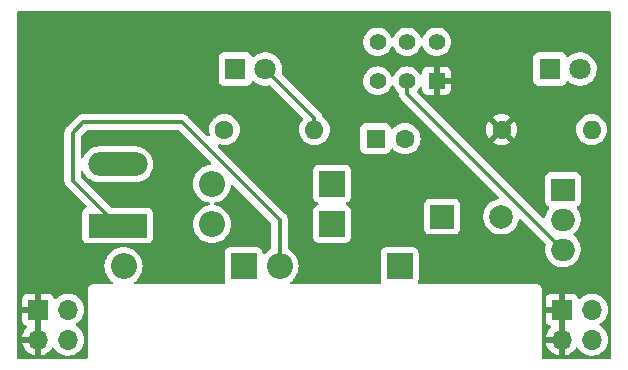
<source format=gbr>
%TF.GenerationSoftware,KiCad,Pcbnew,6.0.5-2.fc35*%
%TF.CreationDate,2022-09-23T18:32:41+02:00*%
%TF.ProjectId,Stromversorgung f_r Breadboard,5374726f-6d76-4657-9273-6f7267756e67,1*%
%TF.SameCoordinates,Original*%
%TF.FileFunction,Copper,L1,Top*%
%TF.FilePolarity,Positive*%
%FSLAX46Y46*%
G04 Gerber Fmt 4.6, Leading zero omitted, Abs format (unit mm)*
G04 Created by KiCad (PCBNEW 6.0.5-2.fc35) date 2022-09-23 18:32:41*
%MOMM*%
%LPD*%
G01*
G04 APERTURE LIST*
%TA.AperFunction,ComponentPad*%
%ADD10R,1.800000X1.800000*%
%TD*%
%TA.AperFunction,ComponentPad*%
%ADD11C,1.800000*%
%TD*%
%TA.AperFunction,ComponentPad*%
%ADD12R,1.400000X1.400000*%
%TD*%
%TA.AperFunction,ComponentPad*%
%ADD13C,1.400000*%
%TD*%
%TA.AperFunction,ComponentPad*%
%ADD14R,2.200000X2.200000*%
%TD*%
%TA.AperFunction,ComponentPad*%
%ADD15O,2.200000X2.200000*%
%TD*%
%TA.AperFunction,ComponentPad*%
%ADD16C,1.600000*%
%TD*%
%TA.AperFunction,ComponentPad*%
%ADD17O,1.600000X1.600000*%
%TD*%
%TA.AperFunction,ComponentPad*%
%ADD18R,2.000000X2.000000*%
%TD*%
%TA.AperFunction,ComponentPad*%
%ADD19C,2.000000*%
%TD*%
%TA.AperFunction,ComponentPad*%
%ADD20R,2.000000X1.905000*%
%TD*%
%TA.AperFunction,ComponentPad*%
%ADD21O,2.000000X1.905000*%
%TD*%
%TA.AperFunction,ComponentPad*%
%ADD22R,1.600000X1.600000*%
%TD*%
%TA.AperFunction,ComponentPad*%
%ADD23R,5.020000X2.020000*%
%TD*%
%TA.AperFunction,ComponentPad*%
%ADD24O,5.020000X2.020000*%
%TD*%
%TA.AperFunction,ComponentPad*%
%ADD25R,1.700000X1.700000*%
%TD*%
%TA.AperFunction,ComponentPad*%
%ADD26O,1.700000X1.700000*%
%TD*%
%TA.AperFunction,Conductor*%
%ADD27C,0.350000*%
%TD*%
G04 APERTURE END LIST*
D10*
%TO.P,D5,1,K*%
%TO.N,/GND*%
X133295000Y-68909000D03*
D11*
%TO.P,D5,2,A*%
%TO.N,Net-(D5-Pad2)*%
X135835000Y-68909000D03*
%TD*%
D12*
%TO.P,SW1,1,A*%
%TO.N,/V_out2*%
X150332000Y-69909000D03*
D13*
%TO.P,SW1,2,B*%
%TO.N,/V_out1*%
X147832000Y-69909000D03*
%TO.P,SW1,3,C*%
%TO.N,unconnected-(SW1-Pad3)*%
X145332000Y-69909000D03*
%TO.P,SW1,4*%
%TO.N,N/C*%
X150332000Y-66609000D03*
%TO.P,SW1,5*%
X147832000Y-66609000D03*
%TO.P,SW1,6*%
X145332000Y-66609000D03*
%TD*%
D14*
%TO.P,D2,1,K*%
%TO.N,Net-(D1-Pad2)*%
X141478000Y-78613000D03*
D15*
%TO.P,D2,2,A*%
%TO.N,/GND*%
X131318000Y-78613000D03*
%TD*%
D16*
%TO.P,R1,1*%
%TO.N,/V_out1*%
X132368000Y-74041000D03*
D17*
%TO.P,R1,2*%
%TO.N,Net-(D5-Pad2)*%
X139988000Y-74041000D03*
%TD*%
D18*
%TO.P,C1,1*%
%TO.N,/V_in*%
X150794323Y-81407000D03*
D19*
%TO.P,C1,2*%
%TO.N,/GND*%
X155794323Y-81407000D03*
%TD*%
D20*
%TO.P,U1,1,VI*%
%TO.N,/V_in*%
X161036000Y-79121000D03*
D21*
%TO.P,U1,2,GND*%
%TO.N,/GND*%
X161036000Y-81661000D03*
%TO.P,U1,3,VO*%
%TO.N,/V_out1*%
X161036000Y-84201000D03*
%TD*%
D14*
%TO.P,D3,1,K*%
%TO.N,/V_in*%
X141478000Y-82042000D03*
D15*
%TO.P,D3,2,A*%
%TO.N,Net-(D3-Pad2)*%
X131318000Y-82042000D03*
%TD*%
D14*
%TO.P,D1,1,K*%
%TO.N,/V_in*%
X147193000Y-85598000D03*
D15*
%TO.P,D1,2,A*%
%TO.N,Net-(D1-Pad2)*%
X137033000Y-85598000D03*
%TD*%
D14*
%TO.P,D4,1,K*%
%TO.N,Net-(D3-Pad2)*%
X133985000Y-85598000D03*
D15*
%TO.P,D4,2,A*%
%TO.N,/GND*%
X123825000Y-85598000D03*
%TD*%
D16*
%TO.P,R2,1*%
%TO.N,/V_out2*%
X155829000Y-74041000D03*
D17*
%TO.P,R2,2*%
%TO.N,Net-(D6-Pad2)*%
X163449000Y-74041000D03*
%TD*%
D22*
%TO.P,C2,1*%
%TO.N,/V_out1*%
X145161000Y-74803000D03*
D16*
%TO.P,C2,2*%
%TO.N,/GND*%
X147661000Y-74803000D03*
%TD*%
D10*
%TO.P,D6,1,K*%
%TO.N,/GND*%
X159938000Y-68909000D03*
D11*
%TO.P,D6,2,A*%
%TO.N,Net-(D6-Pad2)*%
X162478000Y-68909000D03*
%TD*%
D23*
%TO.P,J1,1*%
%TO.N,Net-(D1-Pad2)*%
X123317000Y-82163000D03*
D24*
%TO.P,J1,2*%
%TO.N,Net-(D3-Pad2)*%
X123317000Y-76983000D03*
%TD*%
D25*
%TO.P,J3,1,Pin_1*%
%TO.N,/V_out2*%
X160931000Y-89276000D03*
D26*
%TO.P,J3,2,Pin_2*%
X160931000Y-91816000D03*
%TO.P,J3,3,Pin_3*%
%TO.N,/GND*%
X163471000Y-89276000D03*
%TO.P,J3,4,Pin_4*%
X163471000Y-91816000D03*
%TD*%
D25*
%TO.P,J2,1,Pin_1*%
%TO.N,/V_out2*%
X116581000Y-89276000D03*
D26*
%TO.P,J2,2,Pin_2*%
X116581000Y-91816000D03*
%TO.P,J2,3,Pin_3*%
%TO.N,/GND*%
X119121000Y-89276000D03*
%TO.P,J2,4,Pin_4*%
X119121000Y-91816000D03*
%TD*%
D27*
%TO.N,/V_out1*%
X147832000Y-70997000D02*
X147832000Y-69909000D01*
X161036000Y-84201000D02*
X147832000Y-70997000D01*
%TO.N,Net-(D1-Pad2)*%
X123317000Y-82163000D02*
X119507000Y-78353000D01*
X137033000Y-81661000D02*
X137033000Y-85598000D01*
X128778000Y-73406000D02*
X137033000Y-81661000D01*
X119507000Y-78353000D02*
X119507000Y-74295000D01*
X120396000Y-73406000D02*
X128778000Y-73406000D01*
X119507000Y-74295000D02*
X120396000Y-73406000D01*
%TO.N,Net-(D5-Pad2)*%
X135835000Y-68909000D02*
X139988000Y-73062000D01*
X139988000Y-73062000D02*
X139988000Y-74041000D01*
%TD*%
%TA.AperFunction,Conductor*%
%TO.N,/V_out2*%
G36*
X164973526Y-64008367D02*
G01*
X165041643Y-64028383D01*
X165088125Y-64082049D01*
X165099500Y-64134367D01*
X165099500Y-93345500D01*
X165079498Y-93413621D01*
X165025842Y-93460114D01*
X164973500Y-93471500D01*
X159384500Y-93471500D01*
X159316379Y-93451498D01*
X159269886Y-93397842D01*
X159258500Y-93345500D01*
X159258500Y-92083966D01*
X159599257Y-92083966D01*
X159629565Y-92218446D01*
X159632645Y-92228275D01*
X159712770Y-92425603D01*
X159717413Y-92434794D01*
X159828694Y-92616388D01*
X159834777Y-92624699D01*
X159974213Y-92785667D01*
X159981580Y-92792883D01*
X160145434Y-92928916D01*
X160153881Y-92934831D01*
X160337756Y-93042279D01*
X160347042Y-93046729D01*
X160546001Y-93122703D01*
X160555899Y-93125579D01*
X160659250Y-93146606D01*
X160673299Y-93145410D01*
X160677000Y-93135065D01*
X160677000Y-93134517D01*
X161185000Y-93134517D01*
X161189064Y-93148359D01*
X161202478Y-93150393D01*
X161209184Y-93149534D01*
X161219262Y-93147392D01*
X161423255Y-93086191D01*
X161432842Y-93082433D01*
X161624095Y-92988739D01*
X161632945Y-92983464D01*
X161806328Y-92859792D01*
X161814200Y-92853139D01*
X161965052Y-92702812D01*
X161971730Y-92694965D01*
X162099022Y-92517819D01*
X162100279Y-92518722D01*
X162147373Y-92475362D01*
X162217311Y-92463145D01*
X162282751Y-92490678D01*
X162310579Y-92522511D01*
X162370987Y-92621088D01*
X162517250Y-92789938D01*
X162689126Y-92932632D01*
X162882000Y-93045338D01*
X163090692Y-93125030D01*
X163095760Y-93126061D01*
X163095763Y-93126062D01*
X163190862Y-93145410D01*
X163309597Y-93169567D01*
X163314772Y-93169757D01*
X163314774Y-93169757D01*
X163527673Y-93177564D01*
X163527677Y-93177564D01*
X163532837Y-93177753D01*
X163537957Y-93177097D01*
X163537959Y-93177097D01*
X163749288Y-93150025D01*
X163749289Y-93150025D01*
X163754416Y-93149368D01*
X163759366Y-93147883D01*
X163963429Y-93086661D01*
X163963434Y-93086659D01*
X163968384Y-93085174D01*
X164168994Y-92986896D01*
X164350860Y-92857173D01*
X164509096Y-92699489D01*
X164639453Y-92518077D01*
X164652995Y-92490678D01*
X164736136Y-92322453D01*
X164736137Y-92322451D01*
X164738430Y-92317811D01*
X164803370Y-92104069D01*
X164832529Y-91882590D01*
X164834156Y-91816000D01*
X164815852Y-91593361D01*
X164761431Y-91376702D01*
X164672354Y-91171840D01*
X164551014Y-90984277D01*
X164400670Y-90819051D01*
X164396619Y-90815852D01*
X164396615Y-90815848D01*
X164229414Y-90683800D01*
X164229410Y-90683798D01*
X164225359Y-90680598D01*
X164184053Y-90657796D01*
X164134084Y-90607364D01*
X164119312Y-90537921D01*
X164144428Y-90471516D01*
X164171780Y-90444909D01*
X164215603Y-90413650D01*
X164350860Y-90317173D01*
X164509096Y-90159489D01*
X164639453Y-89978077D01*
X164738430Y-89777811D01*
X164803370Y-89564069D01*
X164832529Y-89342590D01*
X164834156Y-89276000D01*
X164815852Y-89053361D01*
X164761431Y-88836702D01*
X164672354Y-88631840D01*
X164551014Y-88444277D01*
X164400670Y-88279051D01*
X164396619Y-88275852D01*
X164396615Y-88275848D01*
X164229414Y-88143800D01*
X164229410Y-88143798D01*
X164225359Y-88140598D01*
X164029789Y-88032638D01*
X164024920Y-88030914D01*
X164024916Y-88030912D01*
X163824087Y-87959795D01*
X163824083Y-87959794D01*
X163819212Y-87958069D01*
X163814119Y-87957162D01*
X163814116Y-87957161D01*
X163604373Y-87919800D01*
X163604367Y-87919799D01*
X163599284Y-87918894D01*
X163525452Y-87917992D01*
X163381081Y-87916228D01*
X163381079Y-87916228D01*
X163375911Y-87916165D01*
X163155091Y-87949955D01*
X162942756Y-88019357D01*
X162744607Y-88122507D01*
X162740474Y-88125610D01*
X162740471Y-88125612D01*
X162657450Y-88187946D01*
X162565965Y-88256635D01*
X162562393Y-88260373D01*
X162484898Y-88341466D01*
X162423374Y-88376895D01*
X162352462Y-88373438D01*
X162294676Y-88332192D01*
X162275823Y-88298644D01*
X162234324Y-88187946D01*
X162225786Y-88172351D01*
X162149285Y-88070276D01*
X162136724Y-88057715D01*
X162034649Y-87981214D01*
X162019054Y-87972676D01*
X161898606Y-87927522D01*
X161883351Y-87923895D01*
X161832486Y-87918369D01*
X161825672Y-87918000D01*
X161203115Y-87918000D01*
X161187876Y-87922475D01*
X161186671Y-87923865D01*
X161185000Y-87931548D01*
X161185000Y-93134517D01*
X160677000Y-93134517D01*
X160677000Y-92088115D01*
X160672525Y-92072876D01*
X160671135Y-92071671D01*
X160663452Y-92070000D01*
X159614225Y-92070000D01*
X159600694Y-92073973D01*
X159599257Y-92083966D01*
X159258500Y-92083966D01*
X159258500Y-90170669D01*
X159573001Y-90170669D01*
X159573371Y-90177490D01*
X159578895Y-90228352D01*
X159582521Y-90243604D01*
X159627676Y-90364054D01*
X159636214Y-90379649D01*
X159712715Y-90481724D01*
X159725276Y-90494285D01*
X159827351Y-90570786D01*
X159842946Y-90579324D01*
X159952337Y-90620333D01*
X160009101Y-90662975D01*
X160033801Y-90729536D01*
X160018594Y-90798885D01*
X159999201Y-90825366D01*
X159875590Y-90954717D01*
X159869104Y-90962727D01*
X159749098Y-91138649D01*
X159744000Y-91147623D01*
X159654338Y-91340783D01*
X159650775Y-91350470D01*
X159595389Y-91550183D01*
X159596912Y-91558607D01*
X159609292Y-91562000D01*
X160658885Y-91562000D01*
X160674124Y-91557525D01*
X160675329Y-91556135D01*
X160677000Y-91548452D01*
X160677000Y-89548115D01*
X160672525Y-89532876D01*
X160671135Y-89531671D01*
X160663452Y-89530000D01*
X159591116Y-89530000D01*
X159575877Y-89534475D01*
X159574672Y-89535865D01*
X159573001Y-89543548D01*
X159573001Y-90170669D01*
X159258500Y-90170669D01*
X159258500Y-89003885D01*
X159573000Y-89003885D01*
X159577475Y-89019124D01*
X159578865Y-89020329D01*
X159586548Y-89022000D01*
X160658885Y-89022000D01*
X160674124Y-89017525D01*
X160675329Y-89016135D01*
X160677000Y-89008452D01*
X160677000Y-87936116D01*
X160672525Y-87920877D01*
X160671135Y-87919672D01*
X160663452Y-87918001D01*
X160036331Y-87918001D01*
X160029510Y-87918371D01*
X159978648Y-87923895D01*
X159963396Y-87927521D01*
X159842946Y-87972676D01*
X159827351Y-87981214D01*
X159725276Y-88057715D01*
X159712715Y-88070276D01*
X159636214Y-88172351D01*
X159627676Y-88187946D01*
X159582522Y-88308394D01*
X159578895Y-88323649D01*
X159573369Y-88374514D01*
X159573000Y-88381328D01*
X159573000Y-89003885D01*
X159258500Y-89003885D01*
X159258500Y-87638623D01*
X159258502Y-87637853D01*
X159258800Y-87589102D01*
X159258976Y-87560279D01*
X159250850Y-87531847D01*
X159247272Y-87515085D01*
X159244352Y-87494698D01*
X159243080Y-87485813D01*
X159232451Y-87462436D01*
X159226004Y-87444913D01*
X159221416Y-87428862D01*
X159218949Y-87420229D01*
X159214156Y-87412632D01*
X159203170Y-87395220D01*
X159195030Y-87380135D01*
X159192564Y-87374711D01*
X159182792Y-87353218D01*
X159166030Y-87333765D01*
X159154927Y-87318761D01*
X159141224Y-87297042D01*
X159134499Y-87291103D01*
X159134496Y-87291099D01*
X159119062Y-87277468D01*
X159107018Y-87265276D01*
X159093573Y-87249673D01*
X159093570Y-87249671D01*
X159087713Y-87242873D01*
X159074009Y-87233990D01*
X159066165Y-87228906D01*
X159051291Y-87217615D01*
X159038783Y-87206569D01*
X159038782Y-87206568D01*
X159032049Y-87200622D01*
X159005287Y-87188057D01*
X158990309Y-87179737D01*
X158973017Y-87168529D01*
X158973012Y-87168527D01*
X158965485Y-87163648D01*
X158956892Y-87161078D01*
X158956887Y-87161076D01*
X158940880Y-87156289D01*
X158923436Y-87149628D01*
X158908324Y-87142533D01*
X158908322Y-87142532D01*
X158900200Y-87138719D01*
X158891333Y-87137338D01*
X158891332Y-87137338D01*
X158880478Y-87135648D01*
X158870983Y-87134170D01*
X158854268Y-87130387D01*
X158834534Y-87124485D01*
X158834528Y-87124484D01*
X158825934Y-87121914D01*
X158816963Y-87121859D01*
X158816962Y-87121859D01*
X158806903Y-87121798D01*
X158791494Y-87121704D01*
X158790711Y-87121671D01*
X158789614Y-87121500D01*
X158758623Y-87121500D01*
X158757853Y-87121498D01*
X158684215Y-87121048D01*
X158684214Y-87121048D01*
X158680279Y-87121024D01*
X158678935Y-87121408D01*
X158677590Y-87121500D01*
X148858003Y-87121500D01*
X148789882Y-87101498D01*
X148743389Y-87047842D01*
X148733285Y-86977568D01*
X148744173Y-86944914D01*
X148743615Y-86944705D01*
X148755505Y-86912988D01*
X148794745Y-86808316D01*
X148801500Y-86746134D01*
X148801500Y-84449866D01*
X148794745Y-84387684D01*
X148743615Y-84251295D01*
X148656261Y-84134739D01*
X148539705Y-84047385D01*
X148403316Y-83996255D01*
X148341134Y-83989500D01*
X146044866Y-83989500D01*
X145982684Y-83996255D01*
X145846295Y-84047385D01*
X145729739Y-84134739D01*
X145642385Y-84251295D01*
X145591255Y-84387684D01*
X145584500Y-84449866D01*
X145584500Y-86746134D01*
X145591255Y-86808316D01*
X145630495Y-86912988D01*
X145642385Y-86944705D01*
X145640774Y-86945309D01*
X145653686Y-87004353D01*
X145628947Y-87070900D01*
X145572157Y-87113508D01*
X145527997Y-87121500D01*
X138067468Y-87121500D01*
X137999347Y-87101498D01*
X137952854Y-87047842D01*
X137942750Y-86977568D01*
X137972244Y-86912988D01*
X137985637Y-86899689D01*
X138170142Y-86742106D01*
X138173898Y-86738898D01*
X138338328Y-86546376D01*
X138470616Y-86330502D01*
X138567505Y-86096591D01*
X138626609Y-85850403D01*
X138646474Y-85598000D01*
X138626609Y-85345597D01*
X138590877Y-85196759D01*
X138568660Y-85104221D01*
X138567505Y-85099409D01*
X138533093Y-85016330D01*
X138472511Y-84870072D01*
X138472509Y-84870068D01*
X138470616Y-84865498D01*
X138338328Y-84649624D01*
X138173898Y-84457102D01*
X137981376Y-84292672D01*
X137776664Y-84167224D01*
X137729034Y-84114577D01*
X137716500Y-84059792D01*
X137716500Y-83190134D01*
X139869500Y-83190134D01*
X139876255Y-83252316D01*
X139927385Y-83388705D01*
X140014739Y-83505261D01*
X140131295Y-83592615D01*
X140267684Y-83643745D01*
X140329866Y-83650500D01*
X142626134Y-83650500D01*
X142688316Y-83643745D01*
X142824705Y-83592615D01*
X142941261Y-83505261D01*
X143028615Y-83388705D01*
X143079745Y-83252316D01*
X143086500Y-83190134D01*
X143086500Y-82455134D01*
X149285823Y-82455134D01*
X149292578Y-82517316D01*
X149343708Y-82653705D01*
X149431062Y-82770261D01*
X149547618Y-82857615D01*
X149684007Y-82908745D01*
X149746189Y-82915500D01*
X151842457Y-82915500D01*
X151904639Y-82908745D01*
X152041028Y-82857615D01*
X152157584Y-82770261D01*
X152244938Y-82653705D01*
X152296068Y-82517316D01*
X152302823Y-82455134D01*
X152302823Y-80358866D01*
X152296068Y-80296684D01*
X152244938Y-80160295D01*
X152157584Y-80043739D01*
X152041028Y-79956385D01*
X151904639Y-79905255D01*
X151842457Y-79898500D01*
X149746189Y-79898500D01*
X149684007Y-79905255D01*
X149547618Y-79956385D01*
X149431062Y-80043739D01*
X149343708Y-80160295D01*
X149292578Y-80296684D01*
X149285823Y-80358866D01*
X149285823Y-82455134D01*
X143086500Y-82455134D01*
X143086500Y-80893866D01*
X143079745Y-80831684D01*
X143028615Y-80695295D01*
X142941261Y-80578739D01*
X142824705Y-80491385D01*
X142702259Y-80445482D01*
X142645495Y-80402840D01*
X142620795Y-80336279D01*
X142636002Y-80266930D01*
X142686288Y-80216812D01*
X142702259Y-80209518D01*
X142816297Y-80166767D01*
X142824705Y-80163615D01*
X142941261Y-80076261D01*
X143028615Y-79959705D01*
X143079745Y-79823316D01*
X143086500Y-79761134D01*
X143086500Y-77464866D01*
X143079745Y-77402684D01*
X143028615Y-77266295D01*
X142941261Y-77149739D01*
X142824705Y-77062385D01*
X142688316Y-77011255D01*
X142626134Y-77004500D01*
X140329866Y-77004500D01*
X140267684Y-77011255D01*
X140131295Y-77062385D01*
X140014739Y-77149739D01*
X139927385Y-77266295D01*
X139876255Y-77402684D01*
X139869500Y-77464866D01*
X139869500Y-79761134D01*
X139876255Y-79823316D01*
X139927385Y-79959705D01*
X140014739Y-80076261D01*
X140131295Y-80163615D01*
X140139703Y-80166767D01*
X140253741Y-80209518D01*
X140310505Y-80252160D01*
X140335205Y-80318721D01*
X140319998Y-80388070D01*
X140269712Y-80438188D01*
X140253741Y-80445482D01*
X140131295Y-80491385D01*
X140014739Y-80578739D01*
X139927385Y-80695295D01*
X139876255Y-80831684D01*
X139869500Y-80893866D01*
X139869500Y-83190134D01*
X137716500Y-83190134D01*
X137716500Y-81689056D01*
X137716792Y-81680486D01*
X137719635Y-81638777D01*
X137720577Y-81624966D01*
X137709997Y-81564342D01*
X137709034Y-81557819D01*
X137702558Y-81504308D01*
X137702558Y-81504307D01*
X137701645Y-81496765D01*
X137698959Y-81489655D01*
X137697754Y-81484752D01*
X137694886Y-81474266D01*
X137693439Y-81469474D01*
X137692134Y-81461996D01*
X137681057Y-81436761D01*
X137667405Y-81405659D01*
X137664914Y-81399554D01*
X137645855Y-81349118D01*
X137645853Y-81349115D01*
X137643169Y-81342011D01*
X137638869Y-81335754D01*
X137636533Y-81331286D01*
X137631275Y-81321840D01*
X137628693Y-81317474D01*
X137625638Y-81310515D01*
X137588177Y-81261696D01*
X137584314Y-81256377D01*
X137553769Y-81211935D01*
X137549466Y-81205674D01*
X137504676Y-81165767D01*
X137499402Y-81160787D01*
X131989749Y-75651134D01*
X143852500Y-75651134D01*
X143859255Y-75713316D01*
X143910385Y-75849705D01*
X143997739Y-75966261D01*
X144114295Y-76053615D01*
X144250684Y-76104745D01*
X144312866Y-76111500D01*
X146009134Y-76111500D01*
X146071316Y-76104745D01*
X146207705Y-76053615D01*
X146324261Y-75966261D01*
X146411615Y-75849705D01*
X146462745Y-75713316D01*
X146464691Y-75714046D01*
X146494545Y-75661795D01*
X146557503Y-75628979D01*
X146628207Y-75635409D01*
X146671000Y-75663498D01*
X146816700Y-75809198D01*
X146821208Y-75812355D01*
X146821211Y-75812357D01*
X146881462Y-75854545D01*
X147004251Y-75940523D01*
X147009233Y-75942846D01*
X147009238Y-75942849D01*
X147192720Y-76028407D01*
X147211757Y-76037284D01*
X147217065Y-76038706D01*
X147217067Y-76038707D01*
X147427598Y-76095119D01*
X147427600Y-76095119D01*
X147432913Y-76096543D01*
X147661000Y-76116498D01*
X147889087Y-76096543D01*
X147894400Y-76095119D01*
X147894402Y-76095119D01*
X148104933Y-76038707D01*
X148104935Y-76038706D01*
X148110243Y-76037284D01*
X148129280Y-76028407D01*
X148312762Y-75942849D01*
X148312767Y-75942846D01*
X148317749Y-75940523D01*
X148440538Y-75854545D01*
X148500789Y-75812357D01*
X148500792Y-75812355D01*
X148505300Y-75809198D01*
X148667198Y-75647300D01*
X148675377Y-75635620D01*
X148725098Y-75564611D01*
X148798523Y-75459749D01*
X148800846Y-75454767D01*
X148800849Y-75454762D01*
X148892961Y-75257225D01*
X148892961Y-75257224D01*
X148895284Y-75252243D01*
X148915038Y-75178523D01*
X148953119Y-75036402D01*
X148953119Y-75036400D01*
X148954543Y-75031087D01*
X148974498Y-74803000D01*
X148954543Y-74574913D01*
X148933191Y-74495225D01*
X148896707Y-74359067D01*
X148896706Y-74359065D01*
X148895284Y-74353757D01*
X148875646Y-74311642D01*
X148800849Y-74151238D01*
X148800846Y-74151233D01*
X148798523Y-74146251D01*
X148679813Y-73976716D01*
X148670357Y-73963211D01*
X148670355Y-73963208D01*
X148667198Y-73958700D01*
X148505300Y-73796802D01*
X148500792Y-73793645D01*
X148500789Y-73793643D01*
X148422611Y-73738902D01*
X148317749Y-73665477D01*
X148312767Y-73663154D01*
X148312762Y-73663151D01*
X148115225Y-73571039D01*
X148115224Y-73571039D01*
X148110243Y-73568716D01*
X148104935Y-73567294D01*
X148104933Y-73567293D01*
X147894402Y-73510881D01*
X147894400Y-73510881D01*
X147889087Y-73509457D01*
X147661000Y-73489502D01*
X147432913Y-73509457D01*
X147427600Y-73510881D01*
X147427598Y-73510881D01*
X147217067Y-73567293D01*
X147217065Y-73567294D01*
X147211757Y-73568716D01*
X147206776Y-73571039D01*
X147206775Y-73571039D01*
X147009238Y-73663151D01*
X147009233Y-73663154D01*
X147004251Y-73665477D01*
X146899389Y-73738902D01*
X146821211Y-73793643D01*
X146821208Y-73793645D01*
X146816700Y-73796802D01*
X146671000Y-73942502D01*
X146608688Y-73976528D01*
X146537873Y-73971463D01*
X146481037Y-73928916D01*
X146463868Y-73892263D01*
X146462745Y-73892684D01*
X146438982Y-73829296D01*
X146411615Y-73756295D01*
X146324261Y-73639739D01*
X146207705Y-73552385D01*
X146071316Y-73501255D01*
X146009134Y-73494500D01*
X144312866Y-73494500D01*
X144250684Y-73501255D01*
X144114295Y-73552385D01*
X143997739Y-73639739D01*
X143910385Y-73756295D01*
X143859255Y-73892684D01*
X143852500Y-73954866D01*
X143852500Y-75651134D01*
X131989749Y-75651134D01*
X131834822Y-75496207D01*
X131800796Y-75433895D01*
X131805861Y-75363080D01*
X131848408Y-75306244D01*
X131914928Y-75281433D01*
X131956528Y-75285405D01*
X132134598Y-75333119D01*
X132134600Y-75333119D01*
X132139913Y-75334543D01*
X132368000Y-75354498D01*
X132596087Y-75334543D01*
X132601400Y-75333119D01*
X132601402Y-75333119D01*
X132811933Y-75276707D01*
X132811935Y-75276706D01*
X132817243Y-75275284D01*
X132866655Y-75252243D01*
X133019762Y-75180849D01*
X133019767Y-75180846D01*
X133024749Y-75178523D01*
X133129611Y-75105098D01*
X133207789Y-75050357D01*
X133207792Y-75050355D01*
X133212300Y-75047198D01*
X133374198Y-74885300D01*
X133505523Y-74697749D01*
X133507846Y-74692767D01*
X133507849Y-74692762D01*
X133599961Y-74495225D01*
X133599961Y-74495224D01*
X133602284Y-74490243D01*
X133622976Y-74413022D01*
X133660119Y-74274402D01*
X133660119Y-74274400D01*
X133661543Y-74269087D01*
X133681498Y-74041000D01*
X133661543Y-73812913D01*
X133657226Y-73796802D01*
X133603707Y-73597067D01*
X133603706Y-73597065D01*
X133602284Y-73591757D01*
X133556933Y-73494500D01*
X133507849Y-73389238D01*
X133507846Y-73389233D01*
X133505523Y-73384251D01*
X133374198Y-73196700D01*
X133212300Y-73034802D01*
X133207792Y-73031645D01*
X133207789Y-73031643D01*
X133081920Y-72943509D01*
X133024749Y-72903477D01*
X133019767Y-72901154D01*
X133019762Y-72901151D01*
X132822225Y-72809039D01*
X132822224Y-72809039D01*
X132817243Y-72806716D01*
X132811935Y-72805294D01*
X132811933Y-72805293D01*
X132601402Y-72748881D01*
X132601400Y-72748881D01*
X132596087Y-72747457D01*
X132368000Y-72727502D01*
X132139913Y-72747457D01*
X132134600Y-72748881D01*
X132134598Y-72748881D01*
X131924067Y-72805293D01*
X131924065Y-72805294D01*
X131918757Y-72806716D01*
X131913776Y-72809039D01*
X131913775Y-72809039D01*
X131716238Y-72901151D01*
X131716233Y-72901154D01*
X131711251Y-72903477D01*
X131654080Y-72943509D01*
X131528211Y-73031643D01*
X131528208Y-73031645D01*
X131523700Y-73034802D01*
X131361802Y-73196700D01*
X131230477Y-73384251D01*
X131228154Y-73389233D01*
X131228151Y-73389238D01*
X131179067Y-73494500D01*
X131133716Y-73591757D01*
X131132294Y-73597065D01*
X131132293Y-73597067D01*
X131078774Y-73796802D01*
X131074457Y-73812913D01*
X131054502Y-74041000D01*
X131074457Y-74269087D01*
X131075881Y-74274400D01*
X131075881Y-74274402D01*
X131123595Y-74452472D01*
X131121905Y-74523448D01*
X131082111Y-74582244D01*
X131016847Y-74610192D01*
X130946833Y-74598419D01*
X130912793Y-74574178D01*
X129281156Y-72942541D01*
X129275302Y-72936276D01*
X129249823Y-72907069D01*
X129238710Y-72894330D01*
X129188345Y-72858934D01*
X129183077Y-72855020D01*
X129140649Y-72821752D01*
X129134672Y-72817065D01*
X129127748Y-72813939D01*
X129123439Y-72811329D01*
X129114024Y-72805958D01*
X129109576Y-72803573D01*
X129103361Y-72799205D01*
X129046039Y-72776856D01*
X129039971Y-72774306D01*
X128983895Y-72748986D01*
X128976418Y-72747600D01*
X128971598Y-72746090D01*
X128961165Y-72743118D01*
X128956304Y-72741870D01*
X128949228Y-72739111D01*
X128888238Y-72731082D01*
X128881722Y-72730050D01*
X128828700Y-72720223D01*
X128821233Y-72718839D01*
X128813653Y-72719276D01*
X128813652Y-72719276D01*
X128761358Y-72722291D01*
X128754106Y-72722500D01*
X120424056Y-72722500D01*
X120415486Y-72722208D01*
X120414443Y-72722137D01*
X120359966Y-72718423D01*
X120352489Y-72719728D01*
X120352486Y-72719728D01*
X120299342Y-72729003D01*
X120292819Y-72729966D01*
X120239308Y-72736442D01*
X120239307Y-72736442D01*
X120231765Y-72737355D01*
X120224655Y-72740041D01*
X120219752Y-72741246D01*
X120209266Y-72744114D01*
X120204474Y-72745561D01*
X120196996Y-72746866D01*
X120190044Y-72749918D01*
X120190043Y-72749918D01*
X120140659Y-72771595D01*
X120134554Y-72774086D01*
X120084118Y-72793145D01*
X120084115Y-72793147D01*
X120077011Y-72795831D01*
X120070754Y-72800131D01*
X120066286Y-72802467D01*
X120056840Y-72807725D01*
X120052474Y-72810307D01*
X120045515Y-72813362D01*
X119996696Y-72850823D01*
X119991377Y-72854686D01*
X119963520Y-72873832D01*
X119940674Y-72889534D01*
X119935623Y-72895203D01*
X119900768Y-72934323D01*
X119895787Y-72939598D01*
X119043541Y-73791844D01*
X119037276Y-73797698D01*
X118995330Y-73834290D01*
X118959934Y-73884655D01*
X118956022Y-73889920D01*
X118918065Y-73938328D01*
X118914939Y-73945252D01*
X118912329Y-73949561D01*
X118906958Y-73958976D01*
X118904573Y-73963424D01*
X118900205Y-73969639D01*
X118897446Y-73976716D01*
X118877858Y-74026957D01*
X118875306Y-74033029D01*
X118849986Y-74089105D01*
X118848600Y-74096582D01*
X118847090Y-74101402D01*
X118844118Y-74111835D01*
X118842870Y-74116696D01*
X118840111Y-74123772D01*
X118839120Y-74131302D01*
X118832082Y-74184762D01*
X118831050Y-74191278D01*
X118819839Y-74251767D01*
X118820276Y-74259347D01*
X118820276Y-74259348D01*
X118823291Y-74311642D01*
X118823500Y-74318894D01*
X118823500Y-78324955D01*
X118823208Y-78333524D01*
X118821691Y-78355784D01*
X118819424Y-78389034D01*
X118820729Y-78396511D01*
X118820729Y-78396514D01*
X118830002Y-78449647D01*
X118830965Y-78456171D01*
X118834531Y-78485637D01*
X118838355Y-78517235D01*
X118841042Y-78524345D01*
X118842246Y-78529248D01*
X118845114Y-78539734D01*
X118846561Y-78544526D01*
X118847866Y-78552004D01*
X118850918Y-78558956D01*
X118850918Y-78558957D01*
X118872595Y-78608341D01*
X118875086Y-78614446D01*
X118894145Y-78664882D01*
X118896831Y-78671989D01*
X118901131Y-78678246D01*
X118903467Y-78682714D01*
X118908725Y-78692160D01*
X118911307Y-78696526D01*
X118914362Y-78703485D01*
X118951823Y-78752304D01*
X118955686Y-78757623D01*
X118982283Y-78796321D01*
X118990534Y-78808326D01*
X118996203Y-78813377D01*
X119035323Y-78848232D01*
X119040598Y-78853213D01*
X120661552Y-80474167D01*
X120695578Y-80536479D01*
X120690513Y-80607294D01*
X120647966Y-80664130D01*
X120616688Y-80681244D01*
X120598376Y-80688109D01*
X120560295Y-80702385D01*
X120443739Y-80789739D01*
X120356385Y-80906295D01*
X120305255Y-81042684D01*
X120298500Y-81104866D01*
X120298500Y-83221134D01*
X120305255Y-83283316D01*
X120356385Y-83419705D01*
X120443739Y-83536261D01*
X120560295Y-83623615D01*
X120696684Y-83674745D01*
X120758866Y-83681500D01*
X125875134Y-83681500D01*
X125937316Y-83674745D01*
X126073705Y-83623615D01*
X126190261Y-83536261D01*
X126277615Y-83419705D01*
X126328745Y-83283316D01*
X126335500Y-83221134D01*
X126335500Y-81104866D01*
X126328745Y-81042684D01*
X126277615Y-80906295D01*
X126190261Y-80789739D01*
X126073705Y-80702385D01*
X125937316Y-80651255D01*
X125875134Y-80644500D01*
X122817305Y-80644500D01*
X122749184Y-80624498D01*
X122728210Y-80607595D01*
X120227405Y-78106790D01*
X120193379Y-78044478D01*
X120190500Y-78017695D01*
X120190500Y-77656464D01*
X120210502Y-77588343D01*
X120264158Y-77541850D01*
X120334432Y-77531746D01*
X120399012Y-77561240D01*
X120430695Y-77603214D01*
X120492377Y-77735491D01*
X120495218Y-77739671D01*
X120495220Y-77739675D01*
X120544657Y-77812419D01*
X120629725Y-77937593D01*
X120797620Y-78115137D01*
X120801646Y-78118215D01*
X120801647Y-78118216D01*
X120912365Y-78202866D01*
X120991740Y-78263553D01*
X121207092Y-78379024D01*
X121438136Y-78458578D01*
X121563644Y-78480257D01*
X121675017Y-78499495D01*
X121675023Y-78499496D01*
X121678927Y-78500170D01*
X121682888Y-78500350D01*
X121682889Y-78500350D01*
X121706796Y-78501436D01*
X121706815Y-78501436D01*
X121708215Y-78501500D01*
X124878399Y-78501500D01*
X124880907Y-78501298D01*
X124880912Y-78501298D01*
X125055528Y-78487249D01*
X125055533Y-78487248D01*
X125060569Y-78486843D01*
X125065477Y-78485637D01*
X125065480Y-78485637D01*
X125292958Y-78429763D01*
X125297872Y-78428556D01*
X125302524Y-78426581D01*
X125302528Y-78426580D01*
X125518149Y-78335054D01*
X125518150Y-78335054D01*
X125522804Y-78333078D01*
X125729577Y-78202866D01*
X125912871Y-78041270D01*
X126067972Y-77852448D01*
X126190888Y-77641257D01*
X126255820Y-77472102D01*
X126276644Y-77417854D01*
X126276645Y-77417850D01*
X126278457Y-77413130D01*
X126279492Y-77408177D01*
X126327393Y-77178889D01*
X126327393Y-77178885D01*
X126328427Y-77173938D01*
X126339512Y-76929833D01*
X126338931Y-76924809D01*
X126312008Y-76692123D01*
X126312007Y-76692119D01*
X126311426Y-76687096D01*
X126244893Y-76451971D01*
X126234063Y-76428745D01*
X126143759Y-76235090D01*
X126141623Y-76230509D01*
X126004275Y-76028407D01*
X125836380Y-75850863D01*
X125781885Y-75809198D01*
X125646286Y-75705525D01*
X125646285Y-75705524D01*
X125642260Y-75702447D01*
X125426908Y-75586976D01*
X125195864Y-75507422D01*
X125039210Y-75480363D01*
X124958983Y-75466505D01*
X124958977Y-75466504D01*
X124955073Y-75465830D01*
X124951112Y-75465650D01*
X124951111Y-75465650D01*
X124927204Y-75464564D01*
X124927185Y-75464564D01*
X124925785Y-75464500D01*
X121755601Y-75464500D01*
X121753093Y-75464702D01*
X121753088Y-75464702D01*
X121578472Y-75478751D01*
X121578467Y-75478752D01*
X121573431Y-75479157D01*
X121568523Y-75480363D01*
X121568520Y-75480363D01*
X121341042Y-75536237D01*
X121336128Y-75537444D01*
X121331476Y-75539419D01*
X121331472Y-75539420D01*
X121120485Y-75628979D01*
X121111196Y-75632922D01*
X120904423Y-75763134D01*
X120721129Y-75924730D01*
X120566028Y-76113552D01*
X120443112Y-76324743D01*
X120434130Y-76348141D01*
X120391046Y-76404568D01*
X120324293Y-76428745D01*
X120255066Y-76412994D01*
X120205343Y-76362317D01*
X120190500Y-76302986D01*
X120190500Y-74630305D01*
X120210502Y-74562184D01*
X120227405Y-74541210D01*
X120642210Y-74126405D01*
X120704522Y-74092379D01*
X120731305Y-74089500D01*
X128442695Y-74089500D01*
X128510816Y-74109502D01*
X128531790Y-74126405D01*
X131205307Y-76799922D01*
X131239333Y-76862234D01*
X131234268Y-76933049D01*
X131191721Y-76989885D01*
X131126099Y-77014629D01*
X131096391Y-77016967D01*
X131065597Y-77019391D01*
X131060790Y-77020545D01*
X131060784Y-77020546D01*
X130904032Y-77058179D01*
X130819409Y-77078495D01*
X130814838Y-77080388D01*
X130814836Y-77080389D01*
X130590072Y-77173489D01*
X130590068Y-77173491D01*
X130585498Y-77175384D01*
X130369624Y-77307672D01*
X130177102Y-77472102D01*
X130012672Y-77664624D01*
X129880384Y-77880498D01*
X129878491Y-77885068D01*
X129878489Y-77885072D01*
X129855209Y-77941276D01*
X129783495Y-78114409D01*
X129782340Y-78119221D01*
X129730891Y-78333524D01*
X129724391Y-78360597D01*
X129704526Y-78613000D01*
X129724391Y-78865403D01*
X129783495Y-79111591D01*
X129880384Y-79345502D01*
X130012672Y-79561376D01*
X130177102Y-79753898D01*
X130369624Y-79918328D01*
X130585498Y-80050616D01*
X130590068Y-80052509D01*
X130590072Y-80052511D01*
X130814836Y-80145611D01*
X130819409Y-80147505D01*
X131001476Y-80191215D01*
X131058816Y-80204981D01*
X131120385Y-80240333D01*
X131153068Y-80303360D01*
X131146488Y-80374051D01*
X131102733Y-80429962D01*
X131058816Y-80450019D01*
X130819409Y-80507495D01*
X130814838Y-80509388D01*
X130814836Y-80509389D01*
X130590072Y-80602489D01*
X130590068Y-80602491D01*
X130585498Y-80604384D01*
X130369624Y-80736672D01*
X130177102Y-80901102D01*
X130012672Y-81093624D01*
X129880384Y-81309498D01*
X129878491Y-81314068D01*
X129878489Y-81314072D01*
X129799691Y-81504308D01*
X129783495Y-81543409D01*
X129772739Y-81588212D01*
X129748529Y-81689056D01*
X129724391Y-81789597D01*
X129704526Y-82042000D01*
X129724391Y-82294403D01*
X129725545Y-82299210D01*
X129725546Y-82299216D01*
X129762158Y-82451717D01*
X129783495Y-82540591D01*
X129785388Y-82545162D01*
X129785389Y-82545164D01*
X129826866Y-82645297D01*
X129880384Y-82774502D01*
X130012672Y-82990376D01*
X130177102Y-83182898D01*
X130369624Y-83347328D01*
X130585498Y-83479616D01*
X130590068Y-83481509D01*
X130590072Y-83481511D01*
X130660401Y-83510642D01*
X130819409Y-83576505D01*
X130886513Y-83592615D01*
X131060784Y-83634454D01*
X131060790Y-83634455D01*
X131065597Y-83635609D01*
X131318000Y-83655474D01*
X131570403Y-83635609D01*
X131575210Y-83634455D01*
X131575216Y-83634454D01*
X131749487Y-83592615D01*
X131816591Y-83576505D01*
X131975599Y-83510642D01*
X132045928Y-83481511D01*
X132045932Y-83481509D01*
X132050502Y-83479616D01*
X132266376Y-83347328D01*
X132458898Y-83182898D01*
X132623328Y-82990376D01*
X132755616Y-82774502D01*
X132809135Y-82645297D01*
X132850611Y-82545164D01*
X132850612Y-82545162D01*
X132852505Y-82540591D01*
X132873842Y-82451717D01*
X132910454Y-82299216D01*
X132910455Y-82299210D01*
X132911609Y-82294403D01*
X132931474Y-82042000D01*
X132911609Y-81789597D01*
X132887472Y-81689056D01*
X132863261Y-81588212D01*
X132852505Y-81543409D01*
X132836309Y-81504308D01*
X132757511Y-81314072D01*
X132757509Y-81314068D01*
X132755616Y-81309498D01*
X132623328Y-81093624D01*
X132458898Y-80901102D01*
X132266376Y-80736672D01*
X132050502Y-80604384D01*
X132045932Y-80602491D01*
X132045928Y-80602489D01*
X131821164Y-80509389D01*
X131821162Y-80509388D01*
X131816591Y-80507495D01*
X131577184Y-80450019D01*
X131515615Y-80414667D01*
X131482932Y-80351640D01*
X131489512Y-80280949D01*
X131533267Y-80225038D01*
X131577184Y-80204981D01*
X131634524Y-80191215D01*
X131816591Y-80147505D01*
X131821164Y-80145611D01*
X132045928Y-80052511D01*
X132045932Y-80052509D01*
X132050502Y-80050616D01*
X132266376Y-79918328D01*
X132458898Y-79753898D01*
X132623328Y-79561376D01*
X132755616Y-79345502D01*
X132852505Y-79111591D01*
X132911609Y-78865403D01*
X132916371Y-78804901D01*
X132941657Y-78738560D01*
X132998795Y-78696421D01*
X133069646Y-78691862D01*
X133131078Y-78725693D01*
X136312595Y-81907210D01*
X136346621Y-81969522D01*
X136349500Y-81996305D01*
X136349500Y-84059792D01*
X136329498Y-84127913D01*
X136289336Y-84167224D01*
X136084624Y-84292672D01*
X135892102Y-84457102D01*
X135888894Y-84460858D01*
X135815311Y-84547012D01*
X135755860Y-84585821D01*
X135684865Y-84586327D01*
X135624867Y-84548371D01*
X135594914Y-84484002D01*
X135593500Y-84465181D01*
X135593500Y-84449866D01*
X135586745Y-84387684D01*
X135535615Y-84251295D01*
X135448261Y-84134739D01*
X135331705Y-84047385D01*
X135195316Y-83996255D01*
X135133134Y-83989500D01*
X132836866Y-83989500D01*
X132774684Y-83996255D01*
X132638295Y-84047385D01*
X132521739Y-84134739D01*
X132434385Y-84251295D01*
X132383255Y-84387684D01*
X132376500Y-84449866D01*
X132376500Y-86746134D01*
X132383255Y-86808316D01*
X132422495Y-86912988D01*
X132434385Y-86944705D01*
X132432774Y-86945309D01*
X132445686Y-87004353D01*
X132420947Y-87070900D01*
X132364157Y-87113508D01*
X132319997Y-87121500D01*
X124859468Y-87121500D01*
X124791347Y-87101498D01*
X124744854Y-87047842D01*
X124734750Y-86977568D01*
X124764244Y-86912988D01*
X124777637Y-86899689D01*
X124962142Y-86742106D01*
X124965898Y-86738898D01*
X125130328Y-86546376D01*
X125262616Y-86330502D01*
X125359505Y-86096591D01*
X125418609Y-85850403D01*
X125438474Y-85598000D01*
X125418609Y-85345597D01*
X125382877Y-85196759D01*
X125360660Y-85104221D01*
X125359505Y-85099409D01*
X125325093Y-85016330D01*
X125264511Y-84870072D01*
X125264509Y-84870068D01*
X125262616Y-84865498D01*
X125130328Y-84649624D01*
X124965898Y-84457102D01*
X124773376Y-84292672D01*
X124557502Y-84160384D01*
X124552932Y-84158491D01*
X124552928Y-84158489D01*
X124328164Y-84065389D01*
X124328162Y-84065388D01*
X124323591Y-84063495D01*
X124238968Y-84043179D01*
X124082216Y-84005546D01*
X124082210Y-84005545D01*
X124077403Y-84004391D01*
X123825000Y-83984526D01*
X123572597Y-84004391D01*
X123567790Y-84005545D01*
X123567784Y-84005546D01*
X123411032Y-84043179D01*
X123326409Y-84063495D01*
X123321838Y-84065388D01*
X123321836Y-84065389D01*
X123097072Y-84158489D01*
X123097068Y-84158491D01*
X123092498Y-84160384D01*
X122876624Y-84292672D01*
X122684102Y-84457102D01*
X122519672Y-84649624D01*
X122387384Y-84865498D01*
X122385491Y-84870068D01*
X122385489Y-84870072D01*
X122324907Y-85016330D01*
X122290495Y-85099409D01*
X122289340Y-85104221D01*
X122267124Y-85196759D01*
X122231391Y-85345597D01*
X122211526Y-85598000D01*
X122231391Y-85850403D01*
X122290495Y-86096591D01*
X122387384Y-86330502D01*
X122519672Y-86546376D01*
X122684102Y-86738898D01*
X122687858Y-86742106D01*
X122872363Y-86899689D01*
X122911172Y-86959140D01*
X122911678Y-87030135D01*
X122873722Y-87090133D01*
X122809353Y-87120086D01*
X122790532Y-87121500D01*
X121293623Y-87121500D01*
X121292853Y-87121498D01*
X121292037Y-87121493D01*
X121215279Y-87121024D01*
X121192918Y-87127415D01*
X121186847Y-87129150D01*
X121170085Y-87132728D01*
X121140813Y-87136920D01*
X121132645Y-87140634D01*
X121132644Y-87140634D01*
X121117438Y-87147548D01*
X121099914Y-87153996D01*
X121075229Y-87161051D01*
X121067635Y-87165843D01*
X121067632Y-87165844D01*
X121050220Y-87176830D01*
X121035137Y-87184969D01*
X121008218Y-87197208D01*
X121001416Y-87203069D01*
X120988765Y-87213970D01*
X120973761Y-87225073D01*
X120952042Y-87238776D01*
X120946103Y-87245501D01*
X120946099Y-87245504D01*
X120932468Y-87260938D01*
X120920276Y-87272982D01*
X120904673Y-87286427D01*
X120904671Y-87286430D01*
X120897873Y-87292287D01*
X120892993Y-87299816D01*
X120892992Y-87299817D01*
X120883906Y-87313835D01*
X120872615Y-87328709D01*
X120861569Y-87341217D01*
X120855622Y-87347951D01*
X120849312Y-87361391D01*
X120843058Y-87374711D01*
X120834737Y-87389691D01*
X120823529Y-87406983D01*
X120823527Y-87406988D01*
X120818648Y-87414515D01*
X120816078Y-87423108D01*
X120816076Y-87423113D01*
X120811289Y-87439120D01*
X120804628Y-87456564D01*
X120797533Y-87471676D01*
X120793719Y-87479800D01*
X120792338Y-87488667D01*
X120792338Y-87488668D01*
X120789170Y-87509015D01*
X120785387Y-87525732D01*
X120779485Y-87545466D01*
X120779484Y-87545472D01*
X120776914Y-87554066D01*
X120776859Y-87563037D01*
X120776859Y-87563038D01*
X120776704Y-87588497D01*
X120776671Y-87589289D01*
X120776500Y-87590386D01*
X120776500Y-87621377D01*
X120776498Y-87622147D01*
X120776024Y-87699721D01*
X120776408Y-87701065D01*
X120776500Y-87702410D01*
X120776500Y-93345500D01*
X120756498Y-93413621D01*
X120702842Y-93460114D01*
X120650500Y-93471500D01*
X114934854Y-93471500D01*
X114866733Y-93451498D01*
X114820240Y-93397842D01*
X114808854Y-93345430D01*
X114808948Y-93177753D01*
X114809558Y-92083966D01*
X115249257Y-92083966D01*
X115279565Y-92218446D01*
X115282645Y-92228275D01*
X115362770Y-92425603D01*
X115367413Y-92434794D01*
X115478694Y-92616388D01*
X115484777Y-92624699D01*
X115624213Y-92785667D01*
X115631580Y-92792883D01*
X115795434Y-92928916D01*
X115803881Y-92934831D01*
X115987756Y-93042279D01*
X115997042Y-93046729D01*
X116196001Y-93122703D01*
X116205899Y-93125579D01*
X116309250Y-93146606D01*
X116323299Y-93145410D01*
X116327000Y-93135065D01*
X116327000Y-93134517D01*
X116835000Y-93134517D01*
X116839064Y-93148359D01*
X116852478Y-93150393D01*
X116859184Y-93149534D01*
X116869262Y-93147392D01*
X117073255Y-93086191D01*
X117082842Y-93082433D01*
X117274095Y-92988739D01*
X117282945Y-92983464D01*
X117456328Y-92859792D01*
X117464200Y-92853139D01*
X117615052Y-92702812D01*
X117621730Y-92694965D01*
X117749022Y-92517819D01*
X117750279Y-92518722D01*
X117797373Y-92475362D01*
X117867311Y-92463145D01*
X117932751Y-92490678D01*
X117960579Y-92522511D01*
X118020987Y-92621088D01*
X118167250Y-92789938D01*
X118339126Y-92932632D01*
X118532000Y-93045338D01*
X118740692Y-93125030D01*
X118745760Y-93126061D01*
X118745763Y-93126062D01*
X118840862Y-93145410D01*
X118959597Y-93169567D01*
X118964772Y-93169757D01*
X118964774Y-93169757D01*
X119177673Y-93177564D01*
X119177677Y-93177564D01*
X119182837Y-93177753D01*
X119187957Y-93177097D01*
X119187959Y-93177097D01*
X119399288Y-93150025D01*
X119399289Y-93150025D01*
X119404416Y-93149368D01*
X119409366Y-93147883D01*
X119613429Y-93086661D01*
X119613434Y-93086659D01*
X119618384Y-93085174D01*
X119818994Y-92986896D01*
X120000860Y-92857173D01*
X120159096Y-92699489D01*
X120289453Y-92518077D01*
X120302995Y-92490678D01*
X120386136Y-92322453D01*
X120386137Y-92322451D01*
X120388430Y-92317811D01*
X120453370Y-92104069D01*
X120482529Y-91882590D01*
X120484156Y-91816000D01*
X120465852Y-91593361D01*
X120411431Y-91376702D01*
X120322354Y-91171840D01*
X120201014Y-90984277D01*
X120050670Y-90819051D01*
X120046619Y-90815852D01*
X120046615Y-90815848D01*
X119879414Y-90683800D01*
X119879410Y-90683798D01*
X119875359Y-90680598D01*
X119834053Y-90657796D01*
X119784084Y-90607364D01*
X119769312Y-90537921D01*
X119794428Y-90471516D01*
X119821780Y-90444909D01*
X119865603Y-90413650D01*
X120000860Y-90317173D01*
X120159096Y-90159489D01*
X120289453Y-89978077D01*
X120388430Y-89777811D01*
X120453370Y-89564069D01*
X120482529Y-89342590D01*
X120484156Y-89276000D01*
X120465852Y-89053361D01*
X120411431Y-88836702D01*
X120322354Y-88631840D01*
X120201014Y-88444277D01*
X120050670Y-88279051D01*
X120046619Y-88275852D01*
X120046615Y-88275848D01*
X119879414Y-88143800D01*
X119879410Y-88143798D01*
X119875359Y-88140598D01*
X119679789Y-88032638D01*
X119674920Y-88030914D01*
X119674916Y-88030912D01*
X119474087Y-87959795D01*
X119474083Y-87959794D01*
X119469212Y-87958069D01*
X119464119Y-87957162D01*
X119464116Y-87957161D01*
X119254373Y-87919800D01*
X119254367Y-87919799D01*
X119249284Y-87918894D01*
X119175452Y-87917992D01*
X119031081Y-87916228D01*
X119031079Y-87916228D01*
X119025911Y-87916165D01*
X118805091Y-87949955D01*
X118592756Y-88019357D01*
X118394607Y-88122507D01*
X118390474Y-88125610D01*
X118390471Y-88125612D01*
X118307450Y-88187946D01*
X118215965Y-88256635D01*
X118212393Y-88260373D01*
X118134898Y-88341466D01*
X118073374Y-88376895D01*
X118002462Y-88373438D01*
X117944676Y-88332192D01*
X117925823Y-88298644D01*
X117884324Y-88187946D01*
X117875786Y-88172351D01*
X117799285Y-88070276D01*
X117786724Y-88057715D01*
X117684649Y-87981214D01*
X117669054Y-87972676D01*
X117548606Y-87927522D01*
X117533351Y-87923895D01*
X117482486Y-87918369D01*
X117475672Y-87918000D01*
X116853115Y-87918000D01*
X116837876Y-87922475D01*
X116836671Y-87923865D01*
X116835000Y-87931548D01*
X116835000Y-93134517D01*
X116327000Y-93134517D01*
X116327000Y-92088115D01*
X116322525Y-92072876D01*
X116321135Y-92071671D01*
X116313452Y-92070000D01*
X115264225Y-92070000D01*
X115250694Y-92073973D01*
X115249257Y-92083966D01*
X114809558Y-92083966D01*
X114810624Y-90170669D01*
X115223001Y-90170669D01*
X115223371Y-90177490D01*
X115228895Y-90228352D01*
X115232521Y-90243604D01*
X115277676Y-90364054D01*
X115286214Y-90379649D01*
X115362715Y-90481724D01*
X115375276Y-90494285D01*
X115477351Y-90570786D01*
X115492946Y-90579324D01*
X115602337Y-90620333D01*
X115659101Y-90662975D01*
X115683801Y-90729536D01*
X115668594Y-90798885D01*
X115649201Y-90825366D01*
X115525590Y-90954717D01*
X115519104Y-90962727D01*
X115399098Y-91138649D01*
X115394000Y-91147623D01*
X115304338Y-91340783D01*
X115300775Y-91350470D01*
X115245389Y-91550183D01*
X115246912Y-91558607D01*
X115259292Y-91562000D01*
X116308885Y-91562000D01*
X116324124Y-91557525D01*
X116325329Y-91556135D01*
X116327000Y-91548452D01*
X116327000Y-89548115D01*
X116322525Y-89532876D01*
X116321135Y-89531671D01*
X116313452Y-89530000D01*
X115241116Y-89530000D01*
X115225877Y-89534475D01*
X115224672Y-89535865D01*
X115223001Y-89543548D01*
X115223001Y-90170669D01*
X114810624Y-90170669D01*
X114811275Y-89003885D01*
X115223000Y-89003885D01*
X115227475Y-89019124D01*
X115228865Y-89020329D01*
X115236548Y-89022000D01*
X116308885Y-89022000D01*
X116324124Y-89017525D01*
X116325329Y-89016135D01*
X116327000Y-89008452D01*
X116327000Y-87936116D01*
X116322525Y-87920877D01*
X116321135Y-87919672D01*
X116313452Y-87918001D01*
X115686331Y-87918001D01*
X115679510Y-87918371D01*
X115628648Y-87923895D01*
X115613396Y-87927521D01*
X115492946Y-87972676D01*
X115477351Y-87981214D01*
X115375276Y-88057715D01*
X115362715Y-88070276D01*
X115286214Y-88172351D01*
X115277676Y-88187946D01*
X115232522Y-88308394D01*
X115228895Y-88323649D01*
X115223369Y-88374514D01*
X115223000Y-88381328D01*
X115223000Y-89003885D01*
X114811275Y-89003885D01*
X114818722Y-75647717D01*
X114821951Y-69857134D01*
X131886500Y-69857134D01*
X131893255Y-69919316D01*
X131944385Y-70055705D01*
X132031739Y-70172261D01*
X132148295Y-70259615D01*
X132284684Y-70310745D01*
X132346866Y-70317500D01*
X134243134Y-70317500D01*
X134305316Y-70310745D01*
X134441705Y-70259615D01*
X134558261Y-70172261D01*
X134645615Y-70055705D01*
X134670180Y-69990178D01*
X134712822Y-69933414D01*
X134779383Y-69908714D01*
X134848732Y-69923921D01*
X134868647Y-69937464D01*
X134933724Y-69991492D01*
X135024349Y-70066730D01*
X135224322Y-70183584D01*
X135440694Y-70266209D01*
X135445760Y-70267240D01*
X135445761Y-70267240D01*
X135498846Y-70278040D01*
X135667656Y-70312385D01*
X135797089Y-70317131D01*
X135893949Y-70320683D01*
X135893953Y-70320683D01*
X135899113Y-70320872D01*
X135904233Y-70320216D01*
X135904235Y-70320216D01*
X135978166Y-70310745D01*
X136128847Y-70291442D01*
X136133802Y-70289956D01*
X136133809Y-70289954D01*
X136150591Y-70284919D01*
X136221586Y-70284501D01*
X136275894Y-70316509D01*
X138980019Y-73020634D01*
X139014045Y-73082946D01*
X139008980Y-73153761D01*
X138987445Y-73190721D01*
X138985692Y-73192810D01*
X138981802Y-73196700D01*
X138850477Y-73384251D01*
X138848154Y-73389233D01*
X138848151Y-73389238D01*
X138799067Y-73494500D01*
X138753716Y-73591757D01*
X138752294Y-73597065D01*
X138752293Y-73597067D01*
X138698774Y-73796802D01*
X138694457Y-73812913D01*
X138674502Y-74041000D01*
X138694457Y-74269087D01*
X138695881Y-74274400D01*
X138695881Y-74274402D01*
X138733025Y-74413022D01*
X138753716Y-74490243D01*
X138756039Y-74495224D01*
X138756039Y-74495225D01*
X138848151Y-74692762D01*
X138848154Y-74692767D01*
X138850477Y-74697749D01*
X138981802Y-74885300D01*
X139143700Y-75047198D01*
X139148208Y-75050355D01*
X139148211Y-75050357D01*
X139226389Y-75105098D01*
X139331251Y-75178523D01*
X139336233Y-75180846D01*
X139336238Y-75180849D01*
X139489345Y-75252243D01*
X139538757Y-75275284D01*
X139544065Y-75276706D01*
X139544067Y-75276707D01*
X139754598Y-75333119D01*
X139754600Y-75333119D01*
X139759913Y-75334543D01*
X139988000Y-75354498D01*
X140216087Y-75334543D01*
X140221400Y-75333119D01*
X140221402Y-75333119D01*
X140431933Y-75276707D01*
X140431935Y-75276706D01*
X140437243Y-75275284D01*
X140486655Y-75252243D01*
X140639762Y-75180849D01*
X140639767Y-75180846D01*
X140644749Y-75178523D01*
X140749611Y-75105098D01*
X140827789Y-75050357D01*
X140827792Y-75050355D01*
X140832300Y-75047198D01*
X140994198Y-74885300D01*
X141125523Y-74697749D01*
X141127846Y-74692767D01*
X141127849Y-74692762D01*
X141219961Y-74495225D01*
X141219961Y-74495224D01*
X141222284Y-74490243D01*
X141242976Y-74413022D01*
X141280119Y-74274402D01*
X141280119Y-74274400D01*
X141281543Y-74269087D01*
X141301498Y-74041000D01*
X141281543Y-73812913D01*
X141277226Y-73796802D01*
X141223707Y-73597067D01*
X141223706Y-73597065D01*
X141222284Y-73591757D01*
X141176933Y-73494500D01*
X141127849Y-73389238D01*
X141127846Y-73389233D01*
X141125523Y-73384251D01*
X140994198Y-73196700D01*
X140832300Y-73034802D01*
X140827792Y-73031645D01*
X140827789Y-73031643D01*
X140697804Y-72940626D01*
X140653476Y-72885168D01*
X140649453Y-72873832D01*
X140648439Y-72870474D01*
X140647134Y-72862996D01*
X140643633Y-72855020D01*
X140622405Y-72806659D01*
X140619914Y-72800554D01*
X140600855Y-72750118D01*
X140600853Y-72750115D01*
X140598169Y-72743011D01*
X140593869Y-72736754D01*
X140591533Y-72732286D01*
X140586275Y-72722840D01*
X140583693Y-72718474D01*
X140580638Y-72711515D01*
X140543177Y-72662696D01*
X140539314Y-72657377D01*
X140508769Y-72612935D01*
X140504466Y-72606674D01*
X140459676Y-72566767D01*
X140454402Y-72561787D01*
X137801615Y-69909000D01*
X144118884Y-69909000D01*
X144137314Y-70119655D01*
X144138738Y-70124968D01*
X144138738Y-70124970D01*
X144190228Y-70317131D01*
X144192044Y-70323910D01*
X144194366Y-70328891D01*
X144194367Y-70328892D01*
X144277297Y-70506735D01*
X144281411Y-70515558D01*
X144402699Y-70688776D01*
X144552224Y-70838301D01*
X144725442Y-70959589D01*
X144730420Y-70961910D01*
X144730423Y-70961912D01*
X144866698Y-71025458D01*
X144917090Y-71048956D01*
X144922398Y-71050378D01*
X144922400Y-71050379D01*
X145116030Y-71102262D01*
X145116032Y-71102262D01*
X145121345Y-71103686D01*
X145332000Y-71122116D01*
X145542655Y-71103686D01*
X145547968Y-71102262D01*
X145547970Y-71102262D01*
X145741600Y-71050379D01*
X145741602Y-71050378D01*
X145746910Y-71048956D01*
X145797302Y-71025458D01*
X145933577Y-70961912D01*
X145933580Y-70961910D01*
X145938558Y-70959589D01*
X146111776Y-70838301D01*
X146261301Y-70688776D01*
X146382589Y-70515558D01*
X146386704Y-70506735D01*
X146467805Y-70332812D01*
X146514722Y-70279527D01*
X146583000Y-70260066D01*
X146650960Y-70280608D01*
X146696195Y-70332812D01*
X146777297Y-70506735D01*
X146781411Y-70515558D01*
X146902699Y-70688776D01*
X147052224Y-70838301D01*
X147056732Y-70841458D01*
X147056735Y-70841460D01*
X147094618Y-70867986D01*
X147138946Y-70923444D01*
X147148055Y-70979768D01*
X147144424Y-71033034D01*
X147145729Y-71040511D01*
X147145729Y-71040514D01*
X147155002Y-71093647D01*
X147155965Y-71100171D01*
X147157799Y-71115328D01*
X147163355Y-71161235D01*
X147166042Y-71168345D01*
X147167246Y-71173248D01*
X147170114Y-71183734D01*
X147171561Y-71188526D01*
X147172866Y-71196004D01*
X147175918Y-71202956D01*
X147175918Y-71202957D01*
X147197595Y-71252341D01*
X147200086Y-71258446D01*
X147219145Y-71308882D01*
X147221831Y-71315989D01*
X147226131Y-71322246D01*
X147228467Y-71326714D01*
X147233725Y-71336160D01*
X147236307Y-71340526D01*
X147239362Y-71347485D01*
X147276823Y-71396304D01*
X147280686Y-71401623D01*
X147307283Y-71440321D01*
X147315534Y-71452326D01*
X147321203Y-71457377D01*
X147360323Y-71492232D01*
X147365598Y-71497213D01*
X155578540Y-79710155D01*
X155612566Y-79772467D01*
X155607501Y-79843282D01*
X155564954Y-79900118D01*
X155518860Y-79921768D01*
X155326729Y-79967895D01*
X155322158Y-79969788D01*
X155322156Y-79969789D01*
X155111934Y-80056865D01*
X155111930Y-80056867D01*
X155107360Y-80058760D01*
X155103140Y-80061346D01*
X154909121Y-80180241D01*
X154909115Y-80180245D01*
X154904907Y-80182824D01*
X154724354Y-80337031D01*
X154570147Y-80517584D01*
X154567568Y-80521792D01*
X154567564Y-80521798D01*
X154453600Y-80707771D01*
X154446083Y-80720037D01*
X154444190Y-80724607D01*
X154444188Y-80724611D01*
X154371909Y-80899109D01*
X154355218Y-80939406D01*
X154354063Y-80944218D01*
X154315495Y-81104866D01*
X154299788Y-81170289D01*
X154281158Y-81407000D01*
X154299788Y-81643711D01*
X154300942Y-81648518D01*
X154300943Y-81648524D01*
X154309645Y-81684769D01*
X154355218Y-81874594D01*
X154357111Y-81879165D01*
X154357112Y-81879167D01*
X154421861Y-82035485D01*
X154446083Y-82093963D01*
X154448669Y-82098183D01*
X154567564Y-82292202D01*
X154567568Y-82292208D01*
X154570147Y-82296416D01*
X154724354Y-82476969D01*
X154904907Y-82631176D01*
X154909115Y-82633755D01*
X154909121Y-82633759D01*
X155103140Y-82752654D01*
X155107360Y-82755240D01*
X155111930Y-82757133D01*
X155111934Y-82757135D01*
X155322156Y-82844211D01*
X155326729Y-82846105D01*
X155374672Y-82857615D01*
X155552799Y-82900380D01*
X155552805Y-82900381D01*
X155557612Y-82901535D01*
X155794323Y-82920165D01*
X156031034Y-82901535D01*
X156035841Y-82900381D01*
X156035847Y-82900380D01*
X156213974Y-82857615D01*
X156261917Y-82846105D01*
X156266490Y-82844211D01*
X156476712Y-82757135D01*
X156476716Y-82757133D01*
X156481286Y-82755240D01*
X156485506Y-82752654D01*
X156679525Y-82633759D01*
X156679531Y-82633755D01*
X156683739Y-82631176D01*
X156864292Y-82476969D01*
X157018499Y-82296416D01*
X157021078Y-82292208D01*
X157021082Y-82292202D01*
X157139977Y-82098183D01*
X157142563Y-82093963D01*
X157166786Y-82035485D01*
X157231534Y-81879167D01*
X157231535Y-81879165D01*
X157233428Y-81874594D01*
X157279554Y-81682463D01*
X157314906Y-81620895D01*
X157377933Y-81588212D01*
X157448624Y-81594792D01*
X157491168Y-81622783D01*
X159547282Y-83678897D01*
X159581308Y-83741209D01*
X159576961Y-83810048D01*
X159571130Y-83826515D01*
X159570222Y-83831613D01*
X159530828Y-84052771D01*
X159528999Y-84063037D01*
X159526064Y-84303263D01*
X159562404Y-84540744D01*
X159577303Y-84586327D01*
X159635434Y-84764183D01*
X159635437Y-84764189D01*
X159637042Y-84769101D01*
X159639429Y-84773687D01*
X159639431Y-84773691D01*
X159687223Y-84865498D01*
X159747975Y-84982200D01*
X159751085Y-84986342D01*
X159832545Y-85094836D01*
X159892223Y-85174320D01*
X160065912Y-85340301D01*
X160264378Y-85475686D01*
X160269061Y-85477860D01*
X160269065Y-85477862D01*
X160477595Y-85574658D01*
X160477599Y-85574659D01*
X160482290Y-85576837D01*
X160713798Y-85641040D01*
X160718935Y-85641589D01*
X160906593Y-85661644D01*
X160906601Y-85661644D01*
X160909928Y-85662000D01*
X161144402Y-85662000D01*
X161146975Y-85661788D01*
X161146986Y-85661788D01*
X161247946Y-85653487D01*
X161322937Y-85647322D01*
X161555944Y-85588794D01*
X161684771Y-85532779D01*
X161771526Y-85495057D01*
X161771529Y-85495055D01*
X161776263Y-85492997D01*
X161977977Y-85362502D01*
X162155670Y-85200814D01*
X162239366Y-85094836D01*
X162301367Y-85016330D01*
X162301370Y-85016325D01*
X162304568Y-85012276D01*
X162318885Y-84986342D01*
X162418177Y-84806474D01*
X162418179Y-84806470D01*
X162420674Y-84801950D01*
X162500870Y-84575485D01*
X162506183Y-84545659D01*
X162542095Y-84344052D01*
X162542096Y-84344046D01*
X162543001Y-84338963D01*
X162545206Y-84158489D01*
X162545873Y-84103907D01*
X162545873Y-84103905D01*
X162545936Y-84098737D01*
X162509596Y-83861256D01*
X162450723Y-83681131D01*
X162436566Y-83637817D01*
X162436563Y-83637811D01*
X162434958Y-83632899D01*
X162427322Y-83618229D01*
X162326416Y-83424393D01*
X162324025Y-83419800D01*
X162221550Y-83283316D01*
X162182882Y-83231815D01*
X162182880Y-83231812D01*
X162179777Y-83227680D01*
X162006088Y-83061699D01*
X161969097Y-83036465D01*
X161924096Y-82981556D01*
X161915925Y-82911032D01*
X161947179Y-82847284D01*
X161971660Y-82826589D01*
X161973635Y-82825311D01*
X161977977Y-82822502D01*
X162155670Y-82660814D01*
X162250616Y-82540591D01*
X162301367Y-82476330D01*
X162301370Y-82476325D01*
X162304568Y-82472276D01*
X162315918Y-82451717D01*
X162418177Y-82266474D01*
X162418179Y-82266470D01*
X162420674Y-82261950D01*
X162478668Y-82098183D01*
X162499144Y-82040360D01*
X162499145Y-82040356D01*
X162500870Y-82035485D01*
X162512620Y-81969522D01*
X162542095Y-81804052D01*
X162542096Y-81804046D01*
X162543001Y-81798963D01*
X162545218Y-81617486D01*
X162545873Y-81563907D01*
X162545873Y-81563905D01*
X162545936Y-81558737D01*
X162509596Y-81321256D01*
X162470167Y-81200623D01*
X162436566Y-81097817D01*
X162436563Y-81097811D01*
X162434958Y-81092899D01*
X162412908Y-81050540D01*
X162326416Y-80884393D01*
X162324025Y-80879800D01*
X162207585Y-80724717D01*
X162182680Y-80658235D01*
X162197672Y-80588839D01*
X162247802Y-80538565D01*
X162264115Y-80531085D01*
X162274293Y-80527269D01*
X162274296Y-80527267D01*
X162282705Y-80524115D01*
X162399261Y-80436761D01*
X162486615Y-80320205D01*
X162537745Y-80183816D01*
X162544500Y-80121634D01*
X162544500Y-78120366D01*
X162537745Y-78058184D01*
X162486615Y-77921795D01*
X162399261Y-77805239D01*
X162282705Y-77717885D01*
X162146316Y-77666755D01*
X162084134Y-77660000D01*
X159987866Y-77660000D01*
X159925684Y-77666755D01*
X159789295Y-77717885D01*
X159672739Y-77805239D01*
X159585385Y-77921795D01*
X159534255Y-78058184D01*
X159527500Y-78120366D01*
X159527500Y-80121634D01*
X159534255Y-80183816D01*
X159585385Y-80320205D01*
X159672739Y-80436761D01*
X159789295Y-80524115D01*
X159809189Y-80531573D01*
X159865953Y-80574213D01*
X159890654Y-80640774D01*
X159875447Y-80710123D01*
X159863842Y-80727647D01*
X159770633Y-80845670D01*
X159770630Y-80845675D01*
X159767432Y-80849724D01*
X159764939Y-80854240D01*
X159764937Y-80854243D01*
X159653823Y-81055526D01*
X159651326Y-81060050D01*
X159649602Y-81064919D01*
X159649600Y-81064923D01*
X159579913Y-81261713D01*
X159571130Y-81286515D01*
X159549669Y-81407000D01*
X159540459Y-81458703D01*
X159508821Y-81522260D01*
X159447844Y-81558624D01*
X159376887Y-81556247D01*
X159327317Y-81525702D01*
X152928677Y-75127062D01*
X155107493Y-75127062D01*
X155116789Y-75139077D01*
X155167994Y-75174931D01*
X155177489Y-75180414D01*
X155374947Y-75272490D01*
X155385239Y-75276236D01*
X155595688Y-75332625D01*
X155606481Y-75334528D01*
X155823525Y-75353517D01*
X155834475Y-75353517D01*
X156051519Y-75334528D01*
X156062312Y-75332625D01*
X156272761Y-75276236D01*
X156283053Y-75272490D01*
X156480511Y-75180414D01*
X156490006Y-75174931D01*
X156542048Y-75138491D01*
X156550424Y-75128012D01*
X156543356Y-75114566D01*
X155841812Y-74413022D01*
X155827868Y-74405408D01*
X155826035Y-74405539D01*
X155819420Y-74409790D01*
X155113923Y-75115287D01*
X155107493Y-75127062D01*
X152928677Y-75127062D01*
X151848090Y-74046475D01*
X154516483Y-74046475D01*
X154535472Y-74263519D01*
X154537375Y-74274312D01*
X154593764Y-74484761D01*
X154597510Y-74495053D01*
X154689586Y-74692511D01*
X154695069Y-74702006D01*
X154731509Y-74754048D01*
X154741988Y-74762424D01*
X154755434Y-74755356D01*
X155456978Y-74053812D01*
X155463356Y-74042132D01*
X156193408Y-74042132D01*
X156193539Y-74043965D01*
X156197790Y-74050580D01*
X156903287Y-74756077D01*
X156915062Y-74762507D01*
X156927077Y-74753211D01*
X156962931Y-74702006D01*
X156968414Y-74692511D01*
X157060490Y-74495053D01*
X157064236Y-74484761D01*
X157120625Y-74274312D01*
X157122528Y-74263519D01*
X157141517Y-74046475D01*
X157141517Y-74041000D01*
X162135502Y-74041000D01*
X162155457Y-74269087D01*
X162156881Y-74274400D01*
X162156881Y-74274402D01*
X162194025Y-74413022D01*
X162214716Y-74490243D01*
X162217039Y-74495224D01*
X162217039Y-74495225D01*
X162309151Y-74692762D01*
X162309154Y-74692767D01*
X162311477Y-74697749D01*
X162442802Y-74885300D01*
X162604700Y-75047198D01*
X162609208Y-75050355D01*
X162609211Y-75050357D01*
X162687389Y-75105098D01*
X162792251Y-75178523D01*
X162797233Y-75180846D01*
X162797238Y-75180849D01*
X162950345Y-75252243D01*
X162999757Y-75275284D01*
X163005065Y-75276706D01*
X163005067Y-75276707D01*
X163215598Y-75333119D01*
X163215600Y-75333119D01*
X163220913Y-75334543D01*
X163449000Y-75354498D01*
X163677087Y-75334543D01*
X163682400Y-75333119D01*
X163682402Y-75333119D01*
X163892933Y-75276707D01*
X163892935Y-75276706D01*
X163898243Y-75275284D01*
X163947655Y-75252243D01*
X164100762Y-75180849D01*
X164100767Y-75180846D01*
X164105749Y-75178523D01*
X164210611Y-75105098D01*
X164288789Y-75050357D01*
X164288792Y-75050355D01*
X164293300Y-75047198D01*
X164455198Y-74885300D01*
X164586523Y-74697749D01*
X164588846Y-74692767D01*
X164588849Y-74692762D01*
X164680961Y-74495225D01*
X164680961Y-74495224D01*
X164683284Y-74490243D01*
X164703976Y-74413022D01*
X164741119Y-74274402D01*
X164741119Y-74274400D01*
X164742543Y-74269087D01*
X164762498Y-74041000D01*
X164742543Y-73812913D01*
X164738226Y-73796802D01*
X164684707Y-73597067D01*
X164684706Y-73597065D01*
X164683284Y-73591757D01*
X164637933Y-73494500D01*
X164588849Y-73389238D01*
X164588846Y-73389233D01*
X164586523Y-73384251D01*
X164455198Y-73196700D01*
X164293300Y-73034802D01*
X164288792Y-73031645D01*
X164288789Y-73031643D01*
X164162920Y-72943509D01*
X164105749Y-72903477D01*
X164100767Y-72901154D01*
X164100762Y-72901151D01*
X163903225Y-72809039D01*
X163903224Y-72809039D01*
X163898243Y-72806716D01*
X163892935Y-72805294D01*
X163892933Y-72805293D01*
X163682402Y-72748881D01*
X163682400Y-72748881D01*
X163677087Y-72747457D01*
X163449000Y-72727502D01*
X163220913Y-72747457D01*
X163215600Y-72748881D01*
X163215598Y-72748881D01*
X163005067Y-72805293D01*
X163005065Y-72805294D01*
X162999757Y-72806716D01*
X162994776Y-72809039D01*
X162994775Y-72809039D01*
X162797238Y-72901151D01*
X162797233Y-72901154D01*
X162792251Y-72903477D01*
X162735080Y-72943509D01*
X162609211Y-73031643D01*
X162609208Y-73031645D01*
X162604700Y-73034802D01*
X162442802Y-73196700D01*
X162311477Y-73384251D01*
X162309154Y-73389233D01*
X162309151Y-73389238D01*
X162260067Y-73494500D01*
X162214716Y-73591757D01*
X162213294Y-73597065D01*
X162213293Y-73597067D01*
X162159774Y-73796802D01*
X162155457Y-73812913D01*
X162135502Y-74041000D01*
X157141517Y-74041000D01*
X157141517Y-74035525D01*
X157122528Y-73818481D01*
X157120625Y-73807688D01*
X157064236Y-73597239D01*
X157060490Y-73586947D01*
X156968414Y-73389489D01*
X156962931Y-73379994D01*
X156926491Y-73327952D01*
X156916012Y-73319576D01*
X156902566Y-73326644D01*
X156201022Y-74028188D01*
X156193408Y-74042132D01*
X155463356Y-74042132D01*
X155464592Y-74039868D01*
X155464461Y-74038035D01*
X155460210Y-74031420D01*
X154754713Y-73325923D01*
X154742938Y-73319493D01*
X154730923Y-73328789D01*
X154695069Y-73379994D01*
X154689586Y-73389489D01*
X154597510Y-73586947D01*
X154593764Y-73597239D01*
X154537375Y-73807688D01*
X154535472Y-73818481D01*
X154516483Y-74035525D01*
X154516483Y-74046475D01*
X151848090Y-74046475D01*
X150755603Y-72953988D01*
X155107576Y-72953988D01*
X155114644Y-72967434D01*
X155816188Y-73668978D01*
X155830132Y-73676592D01*
X155831965Y-73676461D01*
X155838580Y-73672210D01*
X156544077Y-72966713D01*
X156550507Y-72954938D01*
X156541211Y-72942923D01*
X156490006Y-72907069D01*
X156480511Y-72901586D01*
X156283053Y-72809510D01*
X156272761Y-72805764D01*
X156062312Y-72749375D01*
X156051519Y-72747472D01*
X155834475Y-72728483D01*
X155823525Y-72728483D01*
X155606481Y-72747472D01*
X155595688Y-72749375D01*
X155385239Y-72805764D01*
X155374947Y-72809510D01*
X155177489Y-72901586D01*
X155167994Y-72907069D01*
X155115952Y-72943509D01*
X155107576Y-72953988D01*
X150755603Y-72953988D01*
X148714941Y-70913326D01*
X148680915Y-70851014D01*
X148685980Y-70780199D01*
X148714941Y-70735136D01*
X148761301Y-70688776D01*
X148882589Y-70515558D01*
X148884912Y-70510575D01*
X148887667Y-70505805D01*
X148889277Y-70506735D01*
X148930721Y-70459664D01*
X148998998Y-70440202D01*
X149066958Y-70460742D01*
X149113025Y-70514764D01*
X149124001Y-70566198D01*
X149124001Y-70653669D01*
X149124371Y-70660490D01*
X149129895Y-70711352D01*
X149133521Y-70726604D01*
X149178676Y-70847054D01*
X149187214Y-70862649D01*
X149263715Y-70964724D01*
X149276276Y-70977285D01*
X149378351Y-71053786D01*
X149393946Y-71062324D01*
X149514394Y-71107478D01*
X149529649Y-71111105D01*
X149580514Y-71116631D01*
X149587328Y-71117000D01*
X150059885Y-71117000D01*
X150075124Y-71112525D01*
X150076329Y-71111135D01*
X150078000Y-71103452D01*
X150078000Y-71098884D01*
X150586000Y-71098884D01*
X150590475Y-71114123D01*
X150591865Y-71115328D01*
X150599548Y-71116999D01*
X151076669Y-71116999D01*
X151083490Y-71116629D01*
X151134352Y-71111105D01*
X151149604Y-71107479D01*
X151270054Y-71062324D01*
X151285649Y-71053786D01*
X151387724Y-70977285D01*
X151400285Y-70964724D01*
X151476786Y-70862649D01*
X151485324Y-70847054D01*
X151530478Y-70726606D01*
X151534105Y-70711351D01*
X151539631Y-70660486D01*
X151540000Y-70653672D01*
X151540000Y-70181115D01*
X151535525Y-70165876D01*
X151534135Y-70164671D01*
X151526452Y-70163000D01*
X150604115Y-70163000D01*
X150588876Y-70167475D01*
X150587671Y-70168865D01*
X150586000Y-70176548D01*
X150586000Y-71098884D01*
X150078000Y-71098884D01*
X150078000Y-69857134D01*
X158529500Y-69857134D01*
X158536255Y-69919316D01*
X158587385Y-70055705D01*
X158674739Y-70172261D01*
X158791295Y-70259615D01*
X158927684Y-70310745D01*
X158989866Y-70317500D01*
X160886134Y-70317500D01*
X160948316Y-70310745D01*
X161084705Y-70259615D01*
X161201261Y-70172261D01*
X161288615Y-70055705D01*
X161313180Y-69990178D01*
X161355822Y-69933414D01*
X161422383Y-69908714D01*
X161491732Y-69923921D01*
X161511647Y-69937464D01*
X161576724Y-69991492D01*
X161667349Y-70066730D01*
X161867322Y-70183584D01*
X162083694Y-70266209D01*
X162088760Y-70267240D01*
X162088761Y-70267240D01*
X162141846Y-70278040D01*
X162310656Y-70312385D01*
X162440089Y-70317131D01*
X162536949Y-70320683D01*
X162536953Y-70320683D01*
X162542113Y-70320872D01*
X162547233Y-70320216D01*
X162547235Y-70320216D01*
X162621166Y-70310745D01*
X162771847Y-70291442D01*
X162776795Y-70289957D01*
X162776802Y-70289956D01*
X162988747Y-70226369D01*
X162993690Y-70224886D01*
X163074236Y-70185427D01*
X163197049Y-70125262D01*
X163197052Y-70125260D01*
X163201684Y-70122991D01*
X163390243Y-69988494D01*
X163554303Y-69825005D01*
X163689458Y-69636917D01*
X163762510Y-69489108D01*
X163789784Y-69433922D01*
X163789785Y-69433920D01*
X163792078Y-69429280D01*
X163859408Y-69207671D01*
X163889640Y-68978041D01*
X163889722Y-68974691D01*
X163891245Y-68912365D01*
X163891245Y-68912361D01*
X163891327Y-68909000D01*
X163885032Y-68832434D01*
X163872773Y-68683318D01*
X163872772Y-68683312D01*
X163872349Y-68678167D01*
X163815925Y-68453533D01*
X163723570Y-68241131D01*
X163597764Y-68046665D01*
X163441887Y-67875358D01*
X163437836Y-67872159D01*
X163437832Y-67872155D01*
X163264177Y-67735011D01*
X163264172Y-67735008D01*
X163260123Y-67731810D01*
X163255607Y-67729317D01*
X163255604Y-67729315D01*
X163061879Y-67622373D01*
X163061875Y-67622371D01*
X163057355Y-67619876D01*
X163052486Y-67618152D01*
X163052482Y-67618150D01*
X162843903Y-67544288D01*
X162843899Y-67544287D01*
X162839028Y-67542562D01*
X162833935Y-67541655D01*
X162833932Y-67541654D01*
X162616095Y-67502851D01*
X162616089Y-67502850D01*
X162611006Y-67501945D01*
X162538096Y-67501054D01*
X162384581Y-67499179D01*
X162384579Y-67499179D01*
X162379411Y-67499116D01*
X162150464Y-67534150D01*
X161930314Y-67606106D01*
X161925726Y-67608494D01*
X161925722Y-67608496D01*
X161823111Y-67661912D01*
X161724872Y-67713052D01*
X161720739Y-67716155D01*
X161720736Y-67716157D01*
X161572319Y-67827592D01*
X161539655Y-67852117D01*
X161522170Y-67870414D01*
X161460646Y-67905844D01*
X161389733Y-67902387D01*
X161331947Y-67861141D01*
X161313094Y-67827592D01*
X161291768Y-67770705D01*
X161291767Y-67770703D01*
X161288615Y-67762295D01*
X161201261Y-67645739D01*
X161084705Y-67558385D01*
X160948316Y-67507255D01*
X160886134Y-67500500D01*
X158989866Y-67500500D01*
X158927684Y-67507255D01*
X158791295Y-67558385D01*
X158674739Y-67645739D01*
X158587385Y-67762295D01*
X158536255Y-67898684D01*
X158529500Y-67960866D01*
X158529500Y-69857134D01*
X150078000Y-69857134D01*
X150078000Y-69636885D01*
X150586000Y-69636885D01*
X150590475Y-69652124D01*
X150591865Y-69653329D01*
X150599548Y-69655000D01*
X151521884Y-69655000D01*
X151537123Y-69650525D01*
X151538328Y-69649135D01*
X151539999Y-69641452D01*
X151539999Y-69164331D01*
X151539629Y-69157510D01*
X151534105Y-69106648D01*
X151530479Y-69091396D01*
X151485324Y-68970946D01*
X151476786Y-68955351D01*
X151400285Y-68853276D01*
X151387724Y-68840715D01*
X151285649Y-68764214D01*
X151270054Y-68755676D01*
X151149606Y-68710522D01*
X151134351Y-68706895D01*
X151083486Y-68701369D01*
X151076672Y-68701000D01*
X150604115Y-68701000D01*
X150588876Y-68705475D01*
X150587671Y-68706865D01*
X150586000Y-68714548D01*
X150586000Y-69636885D01*
X150078000Y-69636885D01*
X150078000Y-68719116D01*
X150073525Y-68703877D01*
X150072135Y-68702672D01*
X150064452Y-68701001D01*
X149587331Y-68701001D01*
X149580510Y-68701371D01*
X149529648Y-68706895D01*
X149514396Y-68710521D01*
X149393946Y-68755676D01*
X149378351Y-68764214D01*
X149276276Y-68840715D01*
X149263715Y-68853276D01*
X149187214Y-68955351D01*
X149178676Y-68970946D01*
X149133522Y-69091394D01*
X149129895Y-69106649D01*
X149124369Y-69157514D01*
X149124000Y-69164328D01*
X149124000Y-69251800D01*
X149103998Y-69319921D01*
X149050342Y-69366414D01*
X148980068Y-69376518D01*
X148915488Y-69347024D01*
X148888734Y-69311579D01*
X148887667Y-69312195D01*
X148884912Y-69307423D01*
X148882589Y-69302442D01*
X148761301Y-69129224D01*
X148611776Y-68979699D01*
X148438558Y-68858411D01*
X148433580Y-68856090D01*
X148433577Y-68856088D01*
X148251892Y-68771367D01*
X148251891Y-68771366D01*
X148246910Y-68769044D01*
X148241602Y-68767622D01*
X148241600Y-68767621D01*
X148047970Y-68715738D01*
X148047968Y-68715738D01*
X148042655Y-68714314D01*
X147832000Y-68695884D01*
X147621345Y-68714314D01*
X147616032Y-68715738D01*
X147616030Y-68715738D01*
X147422400Y-68767621D01*
X147422398Y-68767622D01*
X147417090Y-68769044D01*
X147412109Y-68771366D01*
X147412108Y-68771367D01*
X147230423Y-68856088D01*
X147230420Y-68856090D01*
X147225442Y-68858411D01*
X147052224Y-68979699D01*
X146902699Y-69129224D01*
X146781411Y-69302442D01*
X146779090Y-69307420D01*
X146779088Y-69307423D01*
X146696195Y-69485188D01*
X146649278Y-69538473D01*
X146581000Y-69557934D01*
X146513040Y-69537392D01*
X146467805Y-69485188D01*
X146384912Y-69307423D01*
X146384910Y-69307420D01*
X146382589Y-69302442D01*
X146261301Y-69129224D01*
X146111776Y-68979699D01*
X145938558Y-68858411D01*
X145933580Y-68856090D01*
X145933577Y-68856088D01*
X145751892Y-68771367D01*
X145751891Y-68771366D01*
X145746910Y-68769044D01*
X145741602Y-68767622D01*
X145741600Y-68767621D01*
X145547970Y-68715738D01*
X145547968Y-68715738D01*
X145542655Y-68714314D01*
X145332000Y-68695884D01*
X145121345Y-68714314D01*
X145116032Y-68715738D01*
X145116030Y-68715738D01*
X144922400Y-68767621D01*
X144922398Y-68767622D01*
X144917090Y-68769044D01*
X144912109Y-68771366D01*
X144912108Y-68771367D01*
X144730423Y-68856088D01*
X144730420Y-68856090D01*
X144725442Y-68858411D01*
X144552224Y-68979699D01*
X144402699Y-69129224D01*
X144281411Y-69302442D01*
X144192044Y-69494090D01*
X144190622Y-69499398D01*
X144190621Y-69499400D01*
X144152648Y-69641116D01*
X144137314Y-69698345D01*
X144118884Y-69909000D01*
X137801615Y-69909000D01*
X137242777Y-69350162D01*
X137208751Y-69287850D01*
X137211314Y-69224438D01*
X137216408Y-69207671D01*
X137246640Y-68978041D01*
X137246722Y-68974691D01*
X137248245Y-68912365D01*
X137248245Y-68912361D01*
X137248327Y-68909000D01*
X137242032Y-68832434D01*
X137229773Y-68683318D01*
X137229772Y-68683312D01*
X137229349Y-68678167D01*
X137172925Y-68453533D01*
X137080570Y-68241131D01*
X136954764Y-68046665D01*
X136798887Y-67875358D01*
X136794836Y-67872159D01*
X136794832Y-67872155D01*
X136621177Y-67735011D01*
X136621172Y-67735008D01*
X136617123Y-67731810D01*
X136612607Y-67729317D01*
X136612604Y-67729315D01*
X136418879Y-67622373D01*
X136418875Y-67622371D01*
X136414355Y-67619876D01*
X136409486Y-67618152D01*
X136409482Y-67618150D01*
X136200903Y-67544288D01*
X136200899Y-67544287D01*
X136196028Y-67542562D01*
X136190935Y-67541655D01*
X136190932Y-67541654D01*
X135973095Y-67502851D01*
X135973089Y-67502850D01*
X135968006Y-67501945D01*
X135895096Y-67501054D01*
X135741581Y-67499179D01*
X135741579Y-67499179D01*
X135736411Y-67499116D01*
X135507464Y-67534150D01*
X135287314Y-67606106D01*
X135282726Y-67608494D01*
X135282722Y-67608496D01*
X135180111Y-67661912D01*
X135081872Y-67713052D01*
X135077739Y-67716155D01*
X135077736Y-67716157D01*
X134929319Y-67827592D01*
X134896655Y-67852117D01*
X134879170Y-67870414D01*
X134817646Y-67905844D01*
X134746733Y-67902387D01*
X134688947Y-67861141D01*
X134670094Y-67827592D01*
X134648768Y-67770705D01*
X134648767Y-67770703D01*
X134645615Y-67762295D01*
X134558261Y-67645739D01*
X134441705Y-67558385D01*
X134305316Y-67507255D01*
X134243134Y-67500500D01*
X132346866Y-67500500D01*
X132284684Y-67507255D01*
X132148295Y-67558385D01*
X132031739Y-67645739D01*
X131944385Y-67762295D01*
X131893255Y-67898684D01*
X131886500Y-67960866D01*
X131886500Y-69857134D01*
X114821951Y-69857134D01*
X114823762Y-66609000D01*
X144118884Y-66609000D01*
X144137314Y-66819655D01*
X144138738Y-66824968D01*
X144138738Y-66824970D01*
X144180152Y-66979527D01*
X144192044Y-67023910D01*
X144281411Y-67215558D01*
X144402699Y-67388776D01*
X144552224Y-67538301D01*
X144725442Y-67659589D01*
X144730420Y-67661910D01*
X144730423Y-67661912D01*
X144880320Y-67731810D01*
X144917090Y-67748956D01*
X144922398Y-67750378D01*
X144922400Y-67750379D01*
X145116030Y-67802262D01*
X145116032Y-67802262D01*
X145121345Y-67803686D01*
X145332000Y-67822116D01*
X145542655Y-67803686D01*
X145547968Y-67802262D01*
X145547970Y-67802262D01*
X145741600Y-67750379D01*
X145741602Y-67750378D01*
X145746910Y-67748956D01*
X145783680Y-67731810D01*
X145933577Y-67661912D01*
X145933580Y-67661910D01*
X145938558Y-67659589D01*
X146111776Y-67538301D01*
X146261301Y-67388776D01*
X146382589Y-67215558D01*
X146467805Y-67032812D01*
X146514722Y-66979527D01*
X146583000Y-66960066D01*
X146650960Y-66980608D01*
X146696195Y-67032812D01*
X146781411Y-67215558D01*
X146902699Y-67388776D01*
X147052224Y-67538301D01*
X147225442Y-67659589D01*
X147230420Y-67661910D01*
X147230423Y-67661912D01*
X147380320Y-67731810D01*
X147417090Y-67748956D01*
X147422398Y-67750378D01*
X147422400Y-67750379D01*
X147616030Y-67802262D01*
X147616032Y-67802262D01*
X147621345Y-67803686D01*
X147832000Y-67822116D01*
X148042655Y-67803686D01*
X148047968Y-67802262D01*
X148047970Y-67802262D01*
X148241600Y-67750379D01*
X148241602Y-67750378D01*
X148246910Y-67748956D01*
X148283680Y-67731810D01*
X148433577Y-67661912D01*
X148433580Y-67661910D01*
X148438558Y-67659589D01*
X148611776Y-67538301D01*
X148761301Y-67388776D01*
X148882589Y-67215558D01*
X148967805Y-67032812D01*
X149014722Y-66979527D01*
X149083000Y-66960066D01*
X149150960Y-66980608D01*
X149196195Y-67032812D01*
X149281411Y-67215558D01*
X149402699Y-67388776D01*
X149552224Y-67538301D01*
X149725442Y-67659589D01*
X149730420Y-67661910D01*
X149730423Y-67661912D01*
X149880320Y-67731810D01*
X149917090Y-67748956D01*
X149922398Y-67750378D01*
X149922400Y-67750379D01*
X150116030Y-67802262D01*
X150116032Y-67802262D01*
X150121345Y-67803686D01*
X150332000Y-67822116D01*
X150542655Y-67803686D01*
X150547968Y-67802262D01*
X150547970Y-67802262D01*
X150741600Y-67750379D01*
X150741602Y-67750378D01*
X150746910Y-67748956D01*
X150783680Y-67731810D01*
X150933577Y-67661912D01*
X150933580Y-67661910D01*
X150938558Y-67659589D01*
X151111776Y-67538301D01*
X151261301Y-67388776D01*
X151382589Y-67215558D01*
X151471956Y-67023910D01*
X151483849Y-66979527D01*
X151525262Y-66824970D01*
X151525262Y-66824968D01*
X151526686Y-66819655D01*
X151545116Y-66609000D01*
X151526686Y-66398345D01*
X151489063Y-66257934D01*
X151473379Y-66199400D01*
X151473378Y-66199398D01*
X151471956Y-66194090D01*
X151382589Y-66002442D01*
X151261301Y-65829224D01*
X151111776Y-65679699D01*
X150938558Y-65558411D01*
X150933580Y-65556090D01*
X150933577Y-65556088D01*
X150751892Y-65471367D01*
X150751891Y-65471366D01*
X150746910Y-65469044D01*
X150741602Y-65467622D01*
X150741600Y-65467621D01*
X150547970Y-65415738D01*
X150547968Y-65415738D01*
X150542655Y-65414314D01*
X150332000Y-65395884D01*
X150121345Y-65414314D01*
X150116032Y-65415738D01*
X150116030Y-65415738D01*
X149922400Y-65467621D01*
X149922398Y-65467622D01*
X149917090Y-65469044D01*
X149912109Y-65471366D01*
X149912108Y-65471367D01*
X149730423Y-65556088D01*
X149730420Y-65556090D01*
X149725442Y-65558411D01*
X149552224Y-65679699D01*
X149402699Y-65829224D01*
X149281411Y-66002442D01*
X149279090Y-66007420D01*
X149279088Y-66007423D01*
X149196195Y-66185188D01*
X149149278Y-66238473D01*
X149081000Y-66257934D01*
X149013040Y-66237392D01*
X148967805Y-66185188D01*
X148884912Y-66007423D01*
X148884910Y-66007420D01*
X148882589Y-66002442D01*
X148761301Y-65829224D01*
X148611776Y-65679699D01*
X148438558Y-65558411D01*
X148433580Y-65556090D01*
X148433577Y-65556088D01*
X148251892Y-65471367D01*
X148251891Y-65471366D01*
X148246910Y-65469044D01*
X148241602Y-65467622D01*
X148241600Y-65467621D01*
X148047970Y-65415738D01*
X148047968Y-65415738D01*
X148042655Y-65414314D01*
X147832000Y-65395884D01*
X147621345Y-65414314D01*
X147616032Y-65415738D01*
X147616030Y-65415738D01*
X147422400Y-65467621D01*
X147422398Y-65467622D01*
X147417090Y-65469044D01*
X147412109Y-65471366D01*
X147412108Y-65471367D01*
X147230423Y-65556088D01*
X147230420Y-65556090D01*
X147225442Y-65558411D01*
X147052224Y-65679699D01*
X146902699Y-65829224D01*
X146781411Y-66002442D01*
X146779090Y-66007420D01*
X146779088Y-66007423D01*
X146696195Y-66185188D01*
X146649278Y-66238473D01*
X146581000Y-66257934D01*
X146513040Y-66237392D01*
X146467805Y-66185188D01*
X146384912Y-66007423D01*
X146384910Y-66007420D01*
X146382589Y-66002442D01*
X146261301Y-65829224D01*
X146111776Y-65679699D01*
X145938558Y-65558411D01*
X145933580Y-65556090D01*
X145933577Y-65556088D01*
X145751892Y-65471367D01*
X145751891Y-65471366D01*
X145746910Y-65469044D01*
X145741602Y-65467622D01*
X145741600Y-65467621D01*
X145547970Y-65415738D01*
X145547968Y-65415738D01*
X145542655Y-65414314D01*
X145332000Y-65395884D01*
X145121345Y-65414314D01*
X145116032Y-65415738D01*
X145116030Y-65415738D01*
X144922400Y-65467621D01*
X144922398Y-65467622D01*
X144917090Y-65469044D01*
X144912109Y-65471366D01*
X144912108Y-65471367D01*
X144730423Y-65556088D01*
X144730420Y-65556090D01*
X144725442Y-65558411D01*
X144552224Y-65679699D01*
X144402699Y-65829224D01*
X144281411Y-66002442D01*
X144192044Y-66194090D01*
X144190622Y-66199398D01*
X144190621Y-66199400D01*
X144174937Y-66257934D01*
X144137314Y-66398345D01*
X144118884Y-66609000D01*
X114823762Y-66609000D01*
X114825146Y-64127430D01*
X114845186Y-64059320D01*
X114898868Y-64012857D01*
X114951146Y-64001500D01*
X132315326Y-64001500D01*
X164973526Y-64008367D01*
G37*
%TD.AperFunction*%
%TD*%
M02*

</source>
